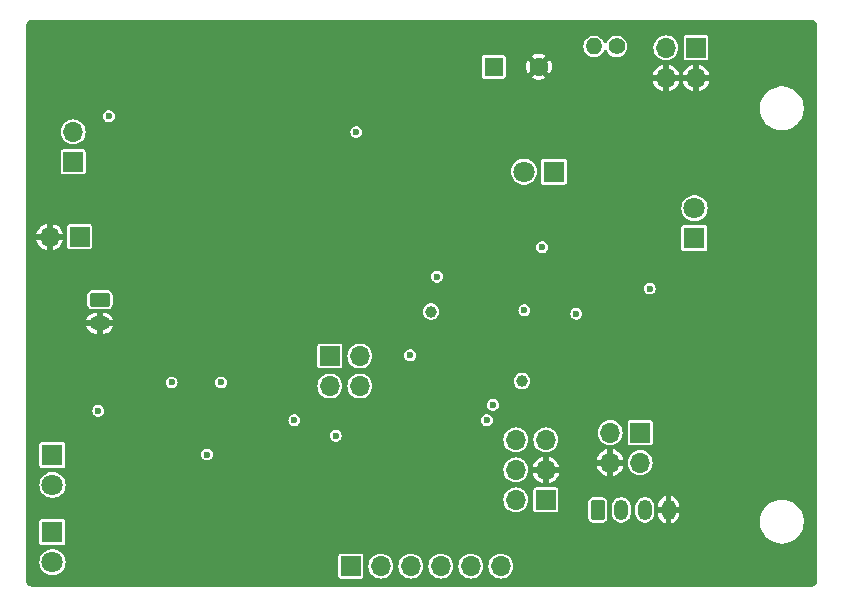
<source format=gbr>
%TF.GenerationSoftware,KiCad,Pcbnew,8.0.9-8.0.9-0~ubuntu24.04.1*%
%TF.CreationDate,2025-03-05T09:12:54+01:00*%
%TF.ProjectId,SpeedometerV1,53706565-646f-46d6-9574-657256312e6b,V2*%
%TF.SameCoordinates,Original*%
%TF.FileFunction,Copper,L2,Inr*%
%TF.FilePolarity,Positive*%
%FSLAX46Y46*%
G04 Gerber Fmt 4.6, Leading zero omitted, Abs format (unit mm)*
G04 Created by KiCad (PCBNEW 8.0.9-8.0.9-0~ubuntu24.04.1) date 2025-03-05 09:12:54*
%MOMM*%
%LPD*%
G01*
G04 APERTURE LIST*
G04 Aperture macros list*
%AMRoundRect*
0 Rectangle with rounded corners*
0 $1 Rounding radius*
0 $2 $3 $4 $5 $6 $7 $8 $9 X,Y pos of 4 corners*
0 Add a 4 corners polygon primitive as box body*
4,1,4,$2,$3,$4,$5,$6,$7,$8,$9,$2,$3,0*
0 Add four circle primitives for the rounded corners*
1,1,$1+$1,$2,$3*
1,1,$1+$1,$4,$5*
1,1,$1+$1,$6,$7*
1,1,$1+$1,$8,$9*
0 Add four rect primitives between the rounded corners*
20,1,$1+$1,$2,$3,$4,$5,0*
20,1,$1+$1,$4,$5,$6,$7,0*
20,1,$1+$1,$6,$7,$8,$9,0*
20,1,$1+$1,$8,$9,$2,$3,0*%
G04 Aperture macros list end*
%TA.AperFunction,ComponentPad*%
%ADD10R,1.800000X1.800000*%
%TD*%
%TA.AperFunction,ComponentPad*%
%ADD11C,1.800000*%
%TD*%
%TA.AperFunction,ComponentPad*%
%ADD12R,1.700000X1.700000*%
%TD*%
%TA.AperFunction,ComponentPad*%
%ADD13O,1.700000X1.700000*%
%TD*%
%TA.AperFunction,ComponentPad*%
%ADD14C,1.400000*%
%TD*%
%TA.AperFunction,ComponentPad*%
%ADD15O,1.400000X1.400000*%
%TD*%
%TA.AperFunction,ComponentPad*%
%ADD16R,1.600000X1.600000*%
%TD*%
%TA.AperFunction,ComponentPad*%
%ADD17C,1.600000*%
%TD*%
%TA.AperFunction,ComponentPad*%
%ADD18RoundRect,0.250000X-0.350000X-0.625000X0.350000X-0.625000X0.350000X0.625000X-0.350000X0.625000X0*%
%TD*%
%TA.AperFunction,ComponentPad*%
%ADD19O,1.200000X1.750000*%
%TD*%
%TA.AperFunction,ComponentPad*%
%ADD20RoundRect,0.250000X-0.625000X0.350000X-0.625000X-0.350000X0.625000X-0.350000X0.625000X0.350000X0*%
%TD*%
%TA.AperFunction,ComponentPad*%
%ADD21O,1.750000X1.200000*%
%TD*%
%TA.AperFunction,ViaPad*%
%ADD22C,1.000000*%
%TD*%
%TA.AperFunction,ViaPad*%
%ADD23C,0.600000*%
%TD*%
G04 APERTURE END LIST*
D10*
%TO.N,+3.3V*%
%TO.C,Q4*%
X37843750Y-79290000D03*
D11*
%TO.N,Net-(Q4-E)*%
X37843750Y-81830000D03*
%TD*%
D12*
%TO.N,/I2C_SDA*%
%TO.C,J6*%
X87600000Y-70860000D03*
D13*
%TO.N,+3.3V*%
X87600000Y-73400000D03*
%TO.N,/I2C_SCL*%
X85060000Y-70860000D03*
%TO.N,GND*%
X85060000Y-73400000D03*
%TD*%
D12*
%TO.N,+3.3V*%
%TO.C,J2*%
X39600000Y-47940000D03*
D13*
%TO.N,/BUCK_3.3V*%
X39600000Y-45400000D03*
%TD*%
D14*
%TO.N,VRAIL*%
%TO.C,TH1*%
X85600000Y-38165000D03*
D15*
%TO.N,Net-(JP1-B)*%
X83700000Y-38165000D03*
%TD*%
D12*
%TO.N,+3.3V*%
%TO.C,J8*%
X79615000Y-76555000D03*
D13*
%TO.N,/SWD_SWCLK*%
X77075000Y-76555000D03*
%TO.N,GND*%
X79615000Y-74015000D03*
%TO.N,/SWD_SWDIO*%
X77075000Y-74015000D03*
%TO.N,unconnected-(J8-Pin_5-Pad5)*%
X79615000Y-71475000D03*
%TO.N,/SWD_NRST*%
X77075000Y-71475000D03*
%TD*%
D16*
%TO.N,/VRAIL_CAP*%
%TO.C,C2*%
X75210000Y-39880000D03*
D17*
%TO.N,GND*%
X79010000Y-39880000D03*
%TD*%
D18*
%TO.N,/I2C_SCL*%
%TO.C,J9*%
X84000000Y-77400000D03*
D19*
%TO.N,/I2C_SDA*%
X86000000Y-77400000D03*
%TO.N,+3.3V*%
X88000000Y-77400000D03*
%TO.N,GND*%
X90000000Y-77400000D03*
%TD*%
D10*
%TO.N,+3.3V*%
%TO.C,Q1*%
X92200000Y-54400000D03*
D11*
%TO.N,Net-(Q1-E)*%
X92200000Y-51860000D03*
%TD*%
D10*
%TO.N,+3.3V*%
%TO.C,Q2*%
X37843750Y-72750000D03*
D11*
%TO.N,Net-(Q2-E)*%
X37843750Y-75290000D03*
%TD*%
D10*
%TO.N,+3.3V*%
%TO.C,Q3*%
X80300000Y-48760000D03*
D11*
%TO.N,Net-(Q3-E)*%
X77760000Y-48760000D03*
%TD*%
D12*
%TO.N,VRAIL*%
%TO.C,J1*%
X92325000Y-38275000D03*
D13*
%TO.N,GND*%
X92325000Y-40815000D03*
%TO.N,VRAIL*%
X89785000Y-38275000D03*
%TO.N,GND*%
X89785000Y-40815000D03*
%TD*%
D20*
%TO.N,+3.3V*%
%TO.C,J4*%
X41850000Y-59600000D03*
D21*
%TO.N,GND*%
X41850000Y-61600000D03*
%TD*%
D12*
%TO.N,+3.3V*%
%TO.C,J5*%
X40140000Y-54275000D03*
D13*
%TO.N,GND*%
X37600000Y-54275000D03*
%TD*%
D12*
%TO.N,/IO_SPEEDOMETER_LED*%
%TO.C,J3*%
X63105000Y-82165000D03*
D13*
%TO.N,/IO_Poti_Speed*%
X65645000Y-82165000D03*
%TO.N,/INT_LANE_DATA*%
X68185000Y-82165000D03*
%TO.N,/INT_SPEED_LANE2*%
X70725000Y-82165000D03*
%TO.N,/INT_SPEED_LANE1*%
X73265000Y-82165000D03*
%TO.N,/IO_POWER_RAIL_DATA*%
X75805000Y-82165000D03*
%TD*%
D12*
%TO.N,/COMP_AOUT2*%
%TO.C,J7*%
X61325000Y-64375000D03*
D13*
%TO.N,/COMP_AOUT1*%
X63865000Y-64375000D03*
%TO.N,/COMP_BOUT2*%
X61325000Y-66915000D03*
%TO.N,/COMP_BOUT1*%
X63865000Y-66915000D03*
%TD*%
D22*
%TO.N,GND*%
X55000000Y-55000000D03*
D23*
X61320000Y-39160000D03*
X70400000Y-49347500D03*
D22*
X95100000Y-50900000D03*
X56000000Y-63000000D03*
X90600000Y-43900000D03*
D23*
X64320000Y-40160000D03*
D22*
X65000000Y-49000000D03*
D23*
X62320000Y-45160000D03*
D22*
X74600000Y-71900000D03*
D23*
X59320000Y-47160000D03*
D22*
X55000000Y-51000000D03*
D23*
X61320000Y-40160000D03*
X88400000Y-50147500D03*
X56968750Y-77302500D03*
X65320000Y-47160000D03*
D22*
X51000000Y-55000000D03*
X55000000Y-57000000D03*
X53000000Y-51000000D03*
D23*
X62320000Y-39160000D03*
D22*
X71600000Y-37900000D03*
X58000000Y-37000000D03*
D23*
X59325000Y-65515000D03*
D22*
X95100000Y-48900000D03*
D23*
X82500000Y-50647500D03*
D22*
X61000000Y-55000000D03*
X53000000Y-55000000D03*
X60000000Y-37000000D03*
X65100000Y-74400000D03*
X95100000Y-38900000D03*
D23*
X83800000Y-63000000D03*
X70725000Y-72815000D03*
D22*
X67000000Y-49000000D03*
X47000000Y-55000000D03*
X37000000Y-68000000D03*
X65000000Y-57000000D03*
D23*
X59320000Y-46160000D03*
D22*
X51000000Y-51000000D03*
D23*
X64320000Y-47160000D03*
X49825000Y-71515000D03*
X55081250Y-79590000D03*
X75125000Y-67515000D03*
D22*
X63000000Y-55000000D03*
D23*
X46218750Y-75752500D03*
X60320000Y-40160000D03*
X41818750Y-77752500D03*
D22*
X95100000Y-46900000D03*
D23*
X67738775Y-56000000D03*
D22*
X57000000Y-57000000D03*
D23*
X59320000Y-40160000D03*
X67825000Y-63015000D03*
D22*
X59000000Y-51000000D03*
D23*
X47618750Y-77752500D03*
X60320000Y-47160000D03*
D22*
X65000000Y-59000000D03*
D23*
X70125000Y-69815000D03*
D22*
X57000000Y-51000000D03*
X69000000Y-47000000D03*
D23*
X59325000Y-66815000D03*
D22*
X95100000Y-42900000D03*
D23*
X61320000Y-46160000D03*
X57825000Y-66815000D03*
X59320000Y-39160000D03*
X60320000Y-46160000D03*
D22*
X62100000Y-74400000D03*
D23*
X46325000Y-69015000D03*
D22*
X58600000Y-81900000D03*
X37000000Y-50000000D03*
D23*
X64320000Y-46160000D03*
D22*
X61000000Y-51000000D03*
D23*
X64320000Y-39160000D03*
X67738775Y-50000000D03*
D22*
X62000000Y-37000000D03*
X93100000Y-43900000D03*
D23*
X82300000Y-48260000D03*
X67738775Y-51500000D03*
X62320000Y-40160000D03*
X60320000Y-39160000D03*
D22*
X69000000Y-49000000D03*
D23*
X55825000Y-70515000D03*
X62825000Y-71115000D03*
X72212500Y-47760000D03*
D22*
X95100000Y-44900000D03*
D23*
X63320000Y-39160000D03*
D22*
X62100000Y-79400000D03*
X65000000Y-55000000D03*
X64000000Y-37000000D03*
X95100000Y-36900000D03*
D23*
X54825000Y-68015000D03*
D22*
X37000000Y-44000000D03*
X37000000Y-66000000D03*
D23*
X59325000Y-68015000D03*
D22*
X45000000Y-55000000D03*
X57000000Y-59000000D03*
D23*
X67738775Y-53000000D03*
X68125000Y-65315000D03*
D22*
X95100000Y-40900000D03*
X52000000Y-63000000D03*
X42000000Y-37000000D03*
X54000000Y-63000000D03*
X48600000Y-81900000D03*
D23*
X80800000Y-52260000D03*
X83537500Y-53210000D03*
X71725000Y-72815000D03*
X63320000Y-40160000D03*
D22*
X52100000Y-81900000D03*
D23*
X80050000Y-57760000D03*
X63320000Y-47160000D03*
X85825000Y-66515000D03*
D22*
X37000000Y-48000000D03*
X37000000Y-46000000D03*
X63000000Y-51000000D03*
D23*
X49825000Y-68515000D03*
D22*
X40000000Y-37000000D03*
X59000000Y-59000000D03*
X66280000Y-37900000D03*
D23*
X74625000Y-70715000D03*
D22*
X65000000Y-53000000D03*
X69000000Y-37900000D03*
X58000000Y-63000000D03*
D23*
X49825000Y-70015000D03*
D22*
X62100000Y-76900000D03*
X68100000Y-74400000D03*
D23*
X67738775Y-54500000D03*
X61320000Y-45160000D03*
D22*
X65000000Y-51000000D03*
X55600000Y-81900000D03*
X49000000Y-55000000D03*
D23*
%TO.N,/BUCK_3.3V*%
X63570000Y-45410000D03*
X42620000Y-44060000D03*
%TO.N,+3.3V*%
X82200000Y-60800000D03*
X77800000Y-60500000D03*
X88400000Y-58660000D03*
D22*
X69900000Y-60615000D03*
D23*
X70400000Y-57660000D03*
X41725000Y-69015000D03*
X58325000Y-69815000D03*
X50925000Y-72715000D03*
X52125000Y-66615000D03*
X47925000Y-66615000D03*
X79300000Y-55160000D03*
%TO.N,/I2C_SDA*%
X75125000Y-68515000D03*
%TO.N,/I2C_SCL*%
X74625000Y-69815000D03*
%TO.N,/COMP_BOUT2*%
X61825000Y-71115000D03*
%TO.N,/COMP_AOUT1*%
X68125000Y-64315000D03*
D22*
%TO.N,VRAIL*%
X77600000Y-66500000D03*
%TD*%
%TA.AperFunction,Conductor*%
%TO.N,GND*%
G36*
X102106922Y-35901280D02*
G01*
X102197266Y-35911459D01*
X102224331Y-35917636D01*
X102303540Y-35945352D01*
X102328553Y-35957398D01*
X102399606Y-36002043D01*
X102421313Y-36019355D01*
X102480644Y-36078686D01*
X102497957Y-36100395D01*
X102542600Y-36171444D01*
X102554648Y-36196462D01*
X102582362Y-36275666D01*
X102588540Y-36302735D01*
X102598720Y-36393076D01*
X102599500Y-36406961D01*
X102599500Y-83393038D01*
X102598720Y-83406923D01*
X102588540Y-83497264D01*
X102582362Y-83524333D01*
X102554648Y-83603537D01*
X102542600Y-83628555D01*
X102497957Y-83699604D01*
X102480644Y-83721313D01*
X102421313Y-83780644D01*
X102399604Y-83797957D01*
X102328555Y-83842600D01*
X102303537Y-83854648D01*
X102224333Y-83882362D01*
X102197264Y-83888540D01*
X102117075Y-83897576D01*
X102106921Y-83898720D01*
X102093038Y-83899500D01*
X36106962Y-83899500D01*
X36093078Y-83898720D01*
X36080553Y-83897308D01*
X36002735Y-83888540D01*
X35975666Y-83882362D01*
X35896462Y-83854648D01*
X35871444Y-83842600D01*
X35800395Y-83797957D01*
X35778686Y-83780644D01*
X35719355Y-83721313D01*
X35702042Y-83699604D01*
X35657399Y-83628555D01*
X35645351Y-83603537D01*
X35617637Y-83524333D01*
X35611459Y-83497263D01*
X35601280Y-83406922D01*
X35600500Y-83393038D01*
X35600500Y-81829999D01*
X36738535Y-81829999D01*
X36738535Y-81830000D01*
X36757352Y-82033082D01*
X36813167Y-82229247D01*
X36813172Y-82229260D01*
X36904077Y-82411821D01*
X37026987Y-82574581D01*
X37177708Y-82711980D01*
X37177710Y-82711982D01*
X37241454Y-82751450D01*
X37351113Y-82819348D01*
X37541294Y-82893024D01*
X37741774Y-82930500D01*
X37741776Y-82930500D01*
X37945724Y-82930500D01*
X37945726Y-82930500D01*
X38146206Y-82893024D01*
X38336387Y-82819348D01*
X38509791Y-82711981D01*
X38660514Y-82574579D01*
X38783423Y-82411821D01*
X38874332Y-82229250D01*
X38930147Y-82033083D01*
X38948965Y-81830000D01*
X38930147Y-81626917D01*
X38874332Y-81430750D01*
X38806860Y-81295247D01*
X62054500Y-81295247D01*
X62054500Y-83034752D01*
X62066131Y-83093229D01*
X62066132Y-83093230D01*
X62110447Y-83159552D01*
X62176769Y-83203867D01*
X62176770Y-83203868D01*
X62235247Y-83215499D01*
X62235250Y-83215500D01*
X62235252Y-83215500D01*
X63974750Y-83215500D01*
X63974751Y-83215499D01*
X63989568Y-83212552D01*
X64033229Y-83203868D01*
X64033229Y-83203867D01*
X64033231Y-83203867D01*
X64099552Y-83159552D01*
X64143867Y-83093231D01*
X64143867Y-83093229D01*
X64143868Y-83093229D01*
X64155499Y-83034752D01*
X64155500Y-83034750D01*
X64155500Y-82165000D01*
X64589417Y-82165000D01*
X64609699Y-82370932D01*
X64609700Y-82370934D01*
X64669768Y-82568954D01*
X64767315Y-82751450D01*
X64767317Y-82751452D01*
X64898589Y-82911410D01*
X64921851Y-82930500D01*
X65058550Y-83042685D01*
X65241046Y-83140232D01*
X65439066Y-83200300D01*
X65439065Y-83200300D01*
X65457529Y-83202118D01*
X65645000Y-83220583D01*
X65850934Y-83200300D01*
X66048954Y-83140232D01*
X66231450Y-83042685D01*
X66391410Y-82911410D01*
X66522685Y-82751450D01*
X66620232Y-82568954D01*
X66680300Y-82370934D01*
X66700583Y-82165000D01*
X67129417Y-82165000D01*
X67149699Y-82370932D01*
X67149700Y-82370934D01*
X67209768Y-82568954D01*
X67307315Y-82751450D01*
X67307317Y-82751452D01*
X67438589Y-82911410D01*
X67461851Y-82930500D01*
X67598550Y-83042685D01*
X67781046Y-83140232D01*
X67979066Y-83200300D01*
X67979065Y-83200300D01*
X67997529Y-83202118D01*
X68185000Y-83220583D01*
X68390934Y-83200300D01*
X68588954Y-83140232D01*
X68771450Y-83042685D01*
X68931410Y-82911410D01*
X69062685Y-82751450D01*
X69160232Y-82568954D01*
X69220300Y-82370934D01*
X69240583Y-82165000D01*
X69669417Y-82165000D01*
X69689699Y-82370932D01*
X69689700Y-82370934D01*
X69749768Y-82568954D01*
X69847315Y-82751450D01*
X69847317Y-82751452D01*
X69978589Y-82911410D01*
X70001851Y-82930500D01*
X70138550Y-83042685D01*
X70321046Y-83140232D01*
X70519066Y-83200300D01*
X70519065Y-83200300D01*
X70537529Y-83202118D01*
X70725000Y-83220583D01*
X70930934Y-83200300D01*
X71128954Y-83140232D01*
X71311450Y-83042685D01*
X71471410Y-82911410D01*
X71602685Y-82751450D01*
X71700232Y-82568954D01*
X71760300Y-82370934D01*
X71780583Y-82165000D01*
X72209417Y-82165000D01*
X72229699Y-82370932D01*
X72229700Y-82370934D01*
X72289768Y-82568954D01*
X72387315Y-82751450D01*
X72387317Y-82751452D01*
X72518589Y-82911410D01*
X72541851Y-82930500D01*
X72678550Y-83042685D01*
X72861046Y-83140232D01*
X73059066Y-83200300D01*
X73059065Y-83200300D01*
X73077529Y-83202118D01*
X73265000Y-83220583D01*
X73470934Y-83200300D01*
X73668954Y-83140232D01*
X73851450Y-83042685D01*
X74011410Y-82911410D01*
X74142685Y-82751450D01*
X74240232Y-82568954D01*
X74300300Y-82370934D01*
X74320583Y-82165000D01*
X74749417Y-82165000D01*
X74769699Y-82370932D01*
X74769700Y-82370934D01*
X74829768Y-82568954D01*
X74927315Y-82751450D01*
X74927317Y-82751452D01*
X75058589Y-82911410D01*
X75081851Y-82930500D01*
X75218550Y-83042685D01*
X75401046Y-83140232D01*
X75599066Y-83200300D01*
X75599065Y-83200300D01*
X75617529Y-83202118D01*
X75805000Y-83220583D01*
X76010934Y-83200300D01*
X76208954Y-83140232D01*
X76391450Y-83042685D01*
X76551410Y-82911410D01*
X76682685Y-82751450D01*
X76780232Y-82568954D01*
X76840300Y-82370934D01*
X76860583Y-82165000D01*
X76840300Y-81959066D01*
X76780232Y-81761046D01*
X76682685Y-81578550D01*
X76630702Y-81515209D01*
X76551410Y-81418589D01*
X76401121Y-81295252D01*
X76391450Y-81287315D01*
X76208954Y-81189768D01*
X76010934Y-81129700D01*
X76010932Y-81129699D01*
X76010934Y-81129699D01*
X75805000Y-81109417D01*
X75599067Y-81129699D01*
X75401043Y-81189769D01*
X75313114Y-81236769D01*
X75218550Y-81287315D01*
X75218548Y-81287316D01*
X75218547Y-81287317D01*
X75058589Y-81418589D01*
X74927317Y-81578547D01*
X74829769Y-81761043D01*
X74769699Y-81959067D01*
X74749417Y-82165000D01*
X74320583Y-82165000D01*
X74300300Y-81959066D01*
X74240232Y-81761046D01*
X74142685Y-81578550D01*
X74090702Y-81515209D01*
X74011410Y-81418589D01*
X73861121Y-81295252D01*
X73851450Y-81287315D01*
X73668954Y-81189768D01*
X73470934Y-81129700D01*
X73470932Y-81129699D01*
X73470934Y-81129699D01*
X73265000Y-81109417D01*
X73059067Y-81129699D01*
X72861043Y-81189769D01*
X72773114Y-81236769D01*
X72678550Y-81287315D01*
X72678548Y-81287316D01*
X72678547Y-81287317D01*
X72518589Y-81418589D01*
X72387317Y-81578547D01*
X72289769Y-81761043D01*
X72229699Y-81959067D01*
X72209417Y-82165000D01*
X71780583Y-82165000D01*
X71760300Y-81959066D01*
X71700232Y-81761046D01*
X71602685Y-81578550D01*
X71550702Y-81515209D01*
X71471410Y-81418589D01*
X71321121Y-81295252D01*
X71311450Y-81287315D01*
X71128954Y-81189768D01*
X70930934Y-81129700D01*
X70930932Y-81129699D01*
X70930934Y-81129699D01*
X70725000Y-81109417D01*
X70519067Y-81129699D01*
X70321043Y-81189769D01*
X70233114Y-81236769D01*
X70138550Y-81287315D01*
X70138548Y-81287316D01*
X70138547Y-81287317D01*
X69978589Y-81418589D01*
X69847317Y-81578547D01*
X69749769Y-81761043D01*
X69689699Y-81959067D01*
X69669417Y-82165000D01*
X69240583Y-82165000D01*
X69220300Y-81959066D01*
X69160232Y-81761046D01*
X69062685Y-81578550D01*
X69010702Y-81515209D01*
X68931410Y-81418589D01*
X68781121Y-81295252D01*
X68771450Y-81287315D01*
X68588954Y-81189768D01*
X68390934Y-81129700D01*
X68390932Y-81129699D01*
X68390934Y-81129699D01*
X68185000Y-81109417D01*
X67979067Y-81129699D01*
X67781043Y-81189769D01*
X67693114Y-81236769D01*
X67598550Y-81287315D01*
X67598548Y-81287316D01*
X67598547Y-81287317D01*
X67438589Y-81418589D01*
X67307317Y-81578547D01*
X67209769Y-81761043D01*
X67149699Y-81959067D01*
X67129417Y-82165000D01*
X66700583Y-82165000D01*
X66680300Y-81959066D01*
X66620232Y-81761046D01*
X66522685Y-81578550D01*
X66470702Y-81515209D01*
X66391410Y-81418589D01*
X66241121Y-81295252D01*
X66231450Y-81287315D01*
X66048954Y-81189768D01*
X65850934Y-81129700D01*
X65850932Y-81129699D01*
X65850934Y-81129699D01*
X65645000Y-81109417D01*
X65439067Y-81129699D01*
X65241043Y-81189769D01*
X65153114Y-81236769D01*
X65058550Y-81287315D01*
X65058548Y-81287316D01*
X65058547Y-81287317D01*
X64898589Y-81418589D01*
X64767317Y-81578547D01*
X64669769Y-81761043D01*
X64609699Y-81959067D01*
X64589417Y-82165000D01*
X64155500Y-82165000D01*
X64155500Y-81295249D01*
X64155499Y-81295247D01*
X64143868Y-81236770D01*
X64143867Y-81236769D01*
X64099552Y-81170447D01*
X64033230Y-81126132D01*
X64033229Y-81126131D01*
X63974752Y-81114500D01*
X63974748Y-81114500D01*
X62235252Y-81114500D01*
X62235247Y-81114500D01*
X62176770Y-81126131D01*
X62176769Y-81126132D01*
X62110447Y-81170447D01*
X62066132Y-81236769D01*
X62066131Y-81236770D01*
X62054500Y-81295247D01*
X38806860Y-81295247D01*
X38783423Y-81248179D01*
X38691258Y-81126133D01*
X38660512Y-81085418D01*
X38509791Y-80948019D01*
X38509789Y-80948017D01*
X38336392Y-80840655D01*
X38336385Y-80840651D01*
X38241296Y-80803814D01*
X38146206Y-80766976D01*
X37945726Y-80729500D01*
X37741774Y-80729500D01*
X37541294Y-80766976D01*
X37541291Y-80766976D01*
X37541291Y-80766977D01*
X37351114Y-80840651D01*
X37351107Y-80840655D01*
X37177710Y-80948017D01*
X37177708Y-80948019D01*
X37026987Y-81085418D01*
X36904077Y-81248178D01*
X36813172Y-81430739D01*
X36813167Y-81430752D01*
X36757352Y-81626917D01*
X36738535Y-81829999D01*
X35600500Y-81829999D01*
X35600500Y-78370247D01*
X36743250Y-78370247D01*
X36743250Y-80209752D01*
X36754881Y-80268229D01*
X36754882Y-80268230D01*
X36799197Y-80334552D01*
X36865519Y-80378867D01*
X36865520Y-80378868D01*
X36923997Y-80390499D01*
X36924000Y-80390500D01*
X36924002Y-80390500D01*
X38763500Y-80390500D01*
X38763501Y-80390499D01*
X38778318Y-80387552D01*
X38821979Y-80378868D01*
X38821979Y-80378867D01*
X38821981Y-80378867D01*
X38888302Y-80334552D01*
X38932617Y-80268231D01*
X38932617Y-80268229D01*
X38932618Y-80268229D01*
X38944249Y-80209752D01*
X38944250Y-80209750D01*
X38944250Y-78370249D01*
X38944249Y-78370247D01*
X38932618Y-78311770D01*
X38932617Y-78311769D01*
X38888302Y-78245447D01*
X38821980Y-78201132D01*
X38821979Y-78201131D01*
X38763502Y-78189500D01*
X38763498Y-78189500D01*
X36924002Y-78189500D01*
X36923997Y-78189500D01*
X36865520Y-78201131D01*
X36865519Y-78201132D01*
X36799197Y-78245447D01*
X36754882Y-78311769D01*
X36754881Y-78311770D01*
X36743250Y-78370247D01*
X35600500Y-78370247D01*
X35600500Y-76555000D01*
X76019417Y-76555000D01*
X76039699Y-76760932D01*
X76039700Y-76760934D01*
X76099768Y-76958954D01*
X76197315Y-77141450D01*
X76197317Y-77141452D01*
X76328589Y-77301410D01*
X76425209Y-77380702D01*
X76488550Y-77432685D01*
X76671046Y-77530232D01*
X76869066Y-77590300D01*
X76869065Y-77590300D01*
X76887529Y-77592118D01*
X77075000Y-77610583D01*
X77280934Y-77590300D01*
X77478954Y-77530232D01*
X77661450Y-77432685D01*
X77821410Y-77301410D01*
X77952685Y-77141450D01*
X78050232Y-76958954D01*
X78110300Y-76760934D01*
X78130583Y-76555000D01*
X78110300Y-76349066D01*
X78050232Y-76151046D01*
X77952685Y-75968550D01*
X77873302Y-75871821D01*
X77821410Y-75808589D01*
X77671121Y-75685252D01*
X77671115Y-75685247D01*
X78564500Y-75685247D01*
X78564500Y-77424752D01*
X78576131Y-77483229D01*
X78576132Y-77483230D01*
X78620447Y-77549552D01*
X78686769Y-77593867D01*
X78686770Y-77593868D01*
X78745247Y-77605499D01*
X78745250Y-77605500D01*
X78745252Y-77605500D01*
X80484750Y-77605500D01*
X80484751Y-77605499D01*
X80499568Y-77602552D01*
X80543229Y-77593868D01*
X80543229Y-77593867D01*
X80543231Y-77593867D01*
X80609552Y-77549552D01*
X80653867Y-77483231D01*
X80653867Y-77483229D01*
X80653868Y-77483229D01*
X80665499Y-77424752D01*
X80665500Y-77424750D01*
X80665500Y-76720730D01*
X83199500Y-76720730D01*
X83199500Y-78079269D01*
X83202353Y-78109699D01*
X83202353Y-78109701D01*
X83247206Y-78237880D01*
X83247207Y-78237882D01*
X83327850Y-78347150D01*
X83437118Y-78427793D01*
X83479845Y-78442744D01*
X83565299Y-78472646D01*
X83595730Y-78475500D01*
X83595734Y-78475500D01*
X84404270Y-78475500D01*
X84434699Y-78472646D01*
X84434701Y-78472646D01*
X84498790Y-78450219D01*
X84562882Y-78427793D01*
X84672150Y-78347150D01*
X84752793Y-78237882D01*
X84775219Y-78173790D01*
X84797646Y-78109701D01*
X84797646Y-78109699D01*
X84800500Y-78079269D01*
X84800500Y-77046153D01*
X85199500Y-77046153D01*
X85199500Y-77753846D01*
X85230261Y-77908489D01*
X85230264Y-77908501D01*
X85290602Y-78054172D01*
X85290609Y-78054185D01*
X85378210Y-78185288D01*
X85378213Y-78185292D01*
X85489707Y-78296786D01*
X85489711Y-78296789D01*
X85620814Y-78384390D01*
X85620827Y-78384397D01*
X85725596Y-78427793D01*
X85766503Y-78444737D01*
X85906408Y-78472566D01*
X85921153Y-78475499D01*
X85921156Y-78475500D01*
X85921158Y-78475500D01*
X86078844Y-78475500D01*
X86078845Y-78475499D01*
X86233497Y-78444737D01*
X86379179Y-78384394D01*
X86510289Y-78296789D01*
X86621789Y-78185289D01*
X86709394Y-78054179D01*
X86769737Y-77908497D01*
X86800500Y-77753842D01*
X86800500Y-77046158D01*
X86800500Y-77046155D01*
X86800499Y-77046153D01*
X87199500Y-77046153D01*
X87199500Y-77753846D01*
X87230261Y-77908489D01*
X87230264Y-77908501D01*
X87290602Y-78054172D01*
X87290609Y-78054185D01*
X87378210Y-78185288D01*
X87378213Y-78185292D01*
X87489707Y-78296786D01*
X87489711Y-78296789D01*
X87620814Y-78384390D01*
X87620827Y-78384397D01*
X87725596Y-78427793D01*
X87766503Y-78444737D01*
X87906408Y-78472566D01*
X87921153Y-78475499D01*
X87921156Y-78475500D01*
X87921158Y-78475500D01*
X88078844Y-78475500D01*
X88078845Y-78475499D01*
X88233497Y-78444737D01*
X88379179Y-78384394D01*
X88510289Y-78296789D01*
X88621789Y-78185289D01*
X88709394Y-78054179D01*
X88769737Y-77908497D01*
X88800500Y-77753842D01*
X88800500Y-77046158D01*
X88800500Y-77046155D01*
X88800499Y-77046153D01*
X88798550Y-77036353D01*
X89100000Y-77036353D01*
X89100000Y-77150000D01*
X89719670Y-77150000D01*
X89699925Y-77169745D01*
X89650556Y-77255255D01*
X89625000Y-77350630D01*
X89625000Y-77449370D01*
X89650556Y-77544745D01*
X89699925Y-77630255D01*
X89719670Y-77650000D01*
X89100000Y-77650000D01*
X89100000Y-77763646D01*
X89134584Y-77937512D01*
X89134586Y-77937520D01*
X89202428Y-78101307D01*
X89202433Y-78101316D01*
X89300923Y-78248716D01*
X89300926Y-78248720D01*
X89426279Y-78374073D01*
X89426283Y-78374076D01*
X89573683Y-78472566D01*
X89573693Y-78472571D01*
X89737476Y-78540412D01*
X89737483Y-78540415D01*
X89750000Y-78542904D01*
X89750000Y-77680330D01*
X89769745Y-77700075D01*
X89855255Y-77749444D01*
X89950630Y-77775000D01*
X90049370Y-77775000D01*
X90144745Y-77749444D01*
X90230255Y-77700075D01*
X90250000Y-77680330D01*
X90250000Y-78542903D01*
X90262516Y-78540415D01*
X90262523Y-78540412D01*
X90426306Y-78472571D01*
X90426316Y-78472566D01*
X90573716Y-78374076D01*
X90573720Y-78374073D01*
X90669082Y-78278711D01*
X97749500Y-78278711D01*
X97749500Y-78521288D01*
X97781161Y-78761785D01*
X97843947Y-78996104D01*
X97936773Y-79220205D01*
X97936776Y-79220212D01*
X98058064Y-79430289D01*
X98058066Y-79430292D01*
X98058067Y-79430293D01*
X98205733Y-79622736D01*
X98205739Y-79622743D01*
X98377256Y-79794260D01*
X98377262Y-79794265D01*
X98569711Y-79941936D01*
X98779788Y-80063224D01*
X99003900Y-80156054D01*
X99238211Y-80218838D01*
X99418586Y-80242584D01*
X99478711Y-80250500D01*
X99478712Y-80250500D01*
X99721289Y-80250500D01*
X99769388Y-80244167D01*
X99961789Y-80218838D01*
X100196100Y-80156054D01*
X100420212Y-80063224D01*
X100630289Y-79941936D01*
X100822738Y-79794265D01*
X100994265Y-79622738D01*
X101141936Y-79430289D01*
X101263224Y-79220212D01*
X101356054Y-78996100D01*
X101418838Y-78761789D01*
X101450500Y-78521288D01*
X101450500Y-78278712D01*
X101445124Y-78237880D01*
X101438201Y-78185288D01*
X101418838Y-78038211D01*
X101356054Y-77803900D01*
X101263224Y-77579788D01*
X101141936Y-77369711D01*
X100994265Y-77177262D01*
X100994260Y-77177256D01*
X100822743Y-77005739D01*
X100822736Y-77005733D01*
X100630293Y-76858067D01*
X100630292Y-76858066D01*
X100630289Y-76858064D01*
X100435889Y-76745827D01*
X100420214Y-76736777D01*
X100420205Y-76736773D01*
X100196104Y-76643947D01*
X99961785Y-76581161D01*
X99721289Y-76549500D01*
X99721288Y-76549500D01*
X99478712Y-76549500D01*
X99478711Y-76549500D01*
X99238214Y-76581161D01*
X99003895Y-76643947D01*
X98779794Y-76736773D01*
X98779785Y-76736777D01*
X98569706Y-76858067D01*
X98377263Y-77005733D01*
X98377256Y-77005739D01*
X98205739Y-77177256D01*
X98205733Y-77177263D01*
X98058067Y-77369706D01*
X97936777Y-77579785D01*
X97936773Y-77579794D01*
X97843947Y-77803895D01*
X97781161Y-78038214D01*
X97749500Y-78278711D01*
X90669082Y-78278711D01*
X90699073Y-78248720D01*
X90699076Y-78248716D01*
X90797566Y-78101316D01*
X90797571Y-78101307D01*
X90865413Y-77937520D01*
X90865415Y-77937512D01*
X90899999Y-77763646D01*
X90900000Y-77763643D01*
X90900000Y-77650000D01*
X90280330Y-77650000D01*
X90300075Y-77630255D01*
X90349444Y-77544745D01*
X90375000Y-77449370D01*
X90375000Y-77350630D01*
X90349444Y-77255255D01*
X90300075Y-77169745D01*
X90280330Y-77150000D01*
X90900000Y-77150000D01*
X90900000Y-77036357D01*
X90899999Y-77036353D01*
X90865415Y-76862487D01*
X90865413Y-76862479D01*
X90797571Y-76698692D01*
X90797566Y-76698683D01*
X90699076Y-76551283D01*
X90699073Y-76551279D01*
X90573720Y-76425926D01*
X90573716Y-76425923D01*
X90426316Y-76327433D01*
X90426307Y-76327428D01*
X90262519Y-76259585D01*
X90250000Y-76257094D01*
X90250000Y-77119670D01*
X90230255Y-77099925D01*
X90144745Y-77050556D01*
X90049370Y-77025000D01*
X89950630Y-77025000D01*
X89855255Y-77050556D01*
X89769745Y-77099925D01*
X89750000Y-77119670D01*
X89750000Y-76257095D01*
X89749999Y-76257094D01*
X89737480Y-76259585D01*
X89573692Y-76327428D01*
X89573683Y-76327433D01*
X89426283Y-76425923D01*
X89426279Y-76425926D01*
X89300926Y-76551279D01*
X89300923Y-76551283D01*
X89202433Y-76698683D01*
X89202428Y-76698692D01*
X89134586Y-76862479D01*
X89134584Y-76862487D01*
X89100000Y-77036353D01*
X88798550Y-77036353D01*
X88769738Y-76891510D01*
X88769737Y-76891503D01*
X88757715Y-76862479D01*
X88709397Y-76745827D01*
X88709390Y-76745814D01*
X88621789Y-76614711D01*
X88621786Y-76614707D01*
X88510292Y-76503213D01*
X88510288Y-76503210D01*
X88379185Y-76415609D01*
X88379172Y-76415602D01*
X88233501Y-76355264D01*
X88233489Y-76355261D01*
X88078845Y-76324500D01*
X88078842Y-76324500D01*
X87921158Y-76324500D01*
X87921155Y-76324500D01*
X87766510Y-76355261D01*
X87766498Y-76355264D01*
X87620827Y-76415602D01*
X87620814Y-76415609D01*
X87489711Y-76503210D01*
X87489707Y-76503213D01*
X87378213Y-76614707D01*
X87378210Y-76614711D01*
X87290609Y-76745814D01*
X87290602Y-76745827D01*
X87230264Y-76891498D01*
X87230261Y-76891510D01*
X87199500Y-77046153D01*
X86800499Y-77046153D01*
X86769738Y-76891510D01*
X86769737Y-76891503D01*
X86757715Y-76862479D01*
X86709397Y-76745827D01*
X86709390Y-76745814D01*
X86621789Y-76614711D01*
X86621786Y-76614707D01*
X86510292Y-76503213D01*
X86510288Y-76503210D01*
X86379185Y-76415609D01*
X86379172Y-76415602D01*
X86233501Y-76355264D01*
X86233489Y-76355261D01*
X86078845Y-76324500D01*
X86078842Y-76324500D01*
X85921158Y-76324500D01*
X85921155Y-76324500D01*
X85766510Y-76355261D01*
X85766498Y-76355264D01*
X85620827Y-76415602D01*
X85620814Y-76415609D01*
X85489711Y-76503210D01*
X85489707Y-76503213D01*
X85378213Y-76614707D01*
X85378210Y-76614711D01*
X85290609Y-76745814D01*
X85290602Y-76745827D01*
X85230264Y-76891498D01*
X85230261Y-76891510D01*
X85199500Y-77046153D01*
X84800500Y-77046153D01*
X84800500Y-76720730D01*
X84797646Y-76690300D01*
X84797646Y-76690298D01*
X84752793Y-76562119D01*
X84752792Y-76562117D01*
X84672150Y-76452850D01*
X84562882Y-76372207D01*
X84562880Y-76372206D01*
X84434700Y-76327353D01*
X84404270Y-76324500D01*
X84404266Y-76324500D01*
X83595734Y-76324500D01*
X83595730Y-76324500D01*
X83565300Y-76327353D01*
X83565298Y-76327353D01*
X83437119Y-76372206D01*
X83437117Y-76372207D01*
X83327850Y-76452850D01*
X83247207Y-76562117D01*
X83247206Y-76562119D01*
X83202353Y-76690298D01*
X83202353Y-76690300D01*
X83199500Y-76720730D01*
X80665500Y-76720730D01*
X80665500Y-75685249D01*
X80665499Y-75685247D01*
X80653868Y-75626770D01*
X80653867Y-75626769D01*
X80609552Y-75560447D01*
X80543230Y-75516132D01*
X80543229Y-75516131D01*
X80484752Y-75504500D01*
X80484748Y-75504500D01*
X78745252Y-75504500D01*
X78745247Y-75504500D01*
X78686770Y-75516131D01*
X78686769Y-75516132D01*
X78620447Y-75560447D01*
X78576132Y-75626769D01*
X78576131Y-75626770D01*
X78564500Y-75685247D01*
X77671115Y-75685247D01*
X77661450Y-75677315D01*
X77478954Y-75579768D01*
X77280934Y-75519700D01*
X77280932Y-75519699D01*
X77280934Y-75519699D01*
X77075000Y-75499417D01*
X76869067Y-75519699D01*
X76671043Y-75579769D01*
X76583114Y-75626769D01*
X76488550Y-75677315D01*
X76488548Y-75677316D01*
X76488547Y-75677317D01*
X76328589Y-75808589D01*
X76197317Y-75968547D01*
X76099769Y-76151043D01*
X76039699Y-76349067D01*
X76019417Y-76555000D01*
X35600500Y-76555000D01*
X35600500Y-75289999D01*
X36738535Y-75289999D01*
X36738535Y-75290000D01*
X36757352Y-75493082D01*
X36813167Y-75689247D01*
X36813172Y-75689260D01*
X36904077Y-75871821D01*
X37026987Y-76034581D01*
X37177708Y-76171980D01*
X37177710Y-76171982D01*
X37276891Y-76233392D01*
X37351113Y-76279348D01*
X37541294Y-76353024D01*
X37741774Y-76390500D01*
X37741776Y-76390500D01*
X37945724Y-76390500D01*
X37945726Y-76390500D01*
X38146206Y-76353024D01*
X38336387Y-76279348D01*
X38509791Y-76171981D01*
X38660514Y-76034579D01*
X38783423Y-75871821D01*
X38874332Y-75689250D01*
X38930147Y-75493083D01*
X38948965Y-75290000D01*
X38933753Y-75125838D01*
X38930147Y-75086917D01*
X38874332Y-74890750D01*
X38783423Y-74708179D01*
X38660514Y-74545421D01*
X38660512Y-74545418D01*
X38509791Y-74408019D01*
X38509789Y-74408017D01*
X38336392Y-74300655D01*
X38336385Y-74300651D01*
X38241296Y-74263814D01*
X38146206Y-74226976D01*
X37945726Y-74189500D01*
X37741774Y-74189500D01*
X37541294Y-74226976D01*
X37541291Y-74226976D01*
X37541291Y-74226977D01*
X37351114Y-74300651D01*
X37351107Y-74300655D01*
X37177710Y-74408017D01*
X37177708Y-74408019D01*
X37026987Y-74545418D01*
X36904077Y-74708178D01*
X36813172Y-74890739D01*
X36813167Y-74890752D01*
X36757352Y-75086917D01*
X36738535Y-75289999D01*
X35600500Y-75289999D01*
X35600500Y-74015000D01*
X76019417Y-74015000D01*
X76039699Y-74220932D01*
X76041533Y-74226977D01*
X76099768Y-74418954D01*
X76197315Y-74601450D01*
X76197317Y-74601452D01*
X76328589Y-74761410D01*
X76367169Y-74793071D01*
X76488550Y-74892685D01*
X76671046Y-74990232D01*
X76869066Y-75050300D01*
X76869065Y-75050300D01*
X76887529Y-75052118D01*
X77075000Y-75070583D01*
X77280934Y-75050300D01*
X77478954Y-74990232D01*
X77661450Y-74892685D01*
X77821410Y-74761410D01*
X77952685Y-74601450D01*
X78050232Y-74418954D01*
X78110300Y-74220934D01*
X78130583Y-74015000D01*
X78110300Y-73809066D01*
X78096933Y-73764999D01*
X78490487Y-73764999D01*
X78490488Y-73765000D01*
X79181988Y-73765000D01*
X79149075Y-73822007D01*
X79115000Y-73949174D01*
X79115000Y-74080826D01*
X79149075Y-74207993D01*
X79181988Y-74265000D01*
X78490488Y-74265000D01*
X78538062Y-74432205D01*
X78538067Y-74432218D01*
X78633061Y-74622991D01*
X78761500Y-74793071D01*
X78919000Y-74936651D01*
X78919002Y-74936653D01*
X79100201Y-75048846D01*
X79100207Y-75048849D01*
X79298941Y-75125838D01*
X79365000Y-75138186D01*
X79365000Y-74448012D01*
X79422007Y-74480925D01*
X79549174Y-74515000D01*
X79680826Y-74515000D01*
X79807993Y-74480925D01*
X79865000Y-74448012D01*
X79865000Y-75138185D01*
X79931058Y-75125838D01*
X80129792Y-75048849D01*
X80129798Y-75048846D01*
X80310997Y-74936653D01*
X80310999Y-74936651D01*
X80468499Y-74793071D01*
X80596938Y-74622991D01*
X80691932Y-74432218D01*
X80691937Y-74432205D01*
X80739512Y-74265000D01*
X80048012Y-74265000D01*
X80080925Y-74207993D01*
X80115000Y-74080826D01*
X80115000Y-73949174D01*
X80080925Y-73822007D01*
X80048012Y-73765000D01*
X80739512Y-73765000D01*
X80739512Y-73764999D01*
X80691937Y-73597794D01*
X80691932Y-73597781D01*
X80596938Y-73407008D01*
X80468499Y-73236928D01*
X80373142Y-73149999D01*
X83935487Y-73149999D01*
X83935488Y-73150000D01*
X84626988Y-73150000D01*
X84594075Y-73207007D01*
X84560000Y-73334174D01*
X84560000Y-73465826D01*
X84594075Y-73592993D01*
X84626988Y-73650000D01*
X83935488Y-73650000D01*
X83983062Y-73817205D01*
X83983067Y-73817218D01*
X84078061Y-74007991D01*
X84206500Y-74178071D01*
X84364000Y-74321651D01*
X84364002Y-74321653D01*
X84545201Y-74433846D01*
X84545207Y-74433849D01*
X84743941Y-74510838D01*
X84810000Y-74523186D01*
X84810000Y-73833012D01*
X84867007Y-73865925D01*
X84994174Y-73900000D01*
X85125826Y-73900000D01*
X85252993Y-73865925D01*
X85310000Y-73833012D01*
X85310000Y-74523185D01*
X85376058Y-74510838D01*
X85574792Y-74433849D01*
X85574798Y-74433846D01*
X85755997Y-74321653D01*
X85755999Y-74321651D01*
X85913499Y-74178071D01*
X86041938Y-74007991D01*
X86136932Y-73817218D01*
X86136937Y-73817205D01*
X86184512Y-73650000D01*
X85493012Y-73650000D01*
X85525925Y-73592993D01*
X85560000Y-73465826D01*
X85560000Y-73400000D01*
X86544417Y-73400000D01*
X86564699Y-73605932D01*
X86584058Y-73669750D01*
X86624768Y-73803954D01*
X86722315Y-73986450D01*
X86722317Y-73986452D01*
X86853589Y-74146410D01*
X86944396Y-74220932D01*
X87013550Y-74277685D01*
X87196046Y-74375232D01*
X87394066Y-74435300D01*
X87394065Y-74435300D01*
X87412529Y-74437118D01*
X87600000Y-74455583D01*
X87805934Y-74435300D01*
X88003954Y-74375232D01*
X88186450Y-74277685D01*
X88346410Y-74146410D01*
X88477685Y-73986450D01*
X88575232Y-73803954D01*
X88635300Y-73605934D01*
X88655583Y-73400000D01*
X88635300Y-73194066D01*
X88575232Y-72996046D01*
X88477685Y-72813550D01*
X88396808Y-72715000D01*
X88346410Y-72653589D01*
X88228677Y-72556969D01*
X88186450Y-72522315D01*
X88003954Y-72424768D01*
X87805934Y-72364700D01*
X87805932Y-72364699D01*
X87805934Y-72364699D01*
X87600000Y-72344417D01*
X87394067Y-72364699D01*
X87196043Y-72424769D01*
X87095809Y-72478346D01*
X87013550Y-72522315D01*
X87013548Y-72522316D01*
X87013547Y-72522317D01*
X86853589Y-72653589D01*
X86722317Y-72813547D01*
X86624769Y-72996043D01*
X86564699Y-73194067D01*
X86544417Y-73400000D01*
X85560000Y-73400000D01*
X85560000Y-73334174D01*
X85525925Y-73207007D01*
X85493012Y-73150000D01*
X86184512Y-73150000D01*
X86184512Y-73149999D01*
X86136937Y-72982794D01*
X86136932Y-72982781D01*
X86041938Y-72792008D01*
X85913499Y-72621928D01*
X85755999Y-72478348D01*
X85755997Y-72478346D01*
X85574798Y-72366153D01*
X85574789Y-72366149D01*
X85376063Y-72289163D01*
X85376058Y-72289162D01*
X85310000Y-72276813D01*
X85310000Y-72966988D01*
X85252993Y-72934075D01*
X85125826Y-72900000D01*
X84994174Y-72900000D01*
X84867007Y-72934075D01*
X84810000Y-72966988D01*
X84810000Y-72276813D01*
X84743941Y-72289162D01*
X84743936Y-72289163D01*
X84545210Y-72366149D01*
X84545201Y-72366153D01*
X84364002Y-72478346D01*
X84364000Y-72478348D01*
X84206500Y-72621928D01*
X84078061Y-72792008D01*
X83983067Y-72982781D01*
X83983062Y-72982794D01*
X83935487Y-73149999D01*
X80373142Y-73149999D01*
X80310999Y-73093348D01*
X80310997Y-73093346D01*
X80129798Y-72981153D01*
X80129789Y-72981149D01*
X79931063Y-72904163D01*
X79931058Y-72904162D01*
X79865000Y-72891813D01*
X79865000Y-73581988D01*
X79807993Y-73549075D01*
X79680826Y-73515000D01*
X79549174Y-73515000D01*
X79422007Y-73549075D01*
X79365000Y-73581988D01*
X79365000Y-72891813D01*
X79298941Y-72904162D01*
X79298936Y-72904163D01*
X79100210Y-72981149D01*
X79100201Y-72981153D01*
X78919002Y-73093346D01*
X78919000Y-73093348D01*
X78761500Y-73236928D01*
X78633061Y-73407008D01*
X78538067Y-73597781D01*
X78538062Y-73597794D01*
X78490487Y-73764999D01*
X78096933Y-73764999D01*
X78050232Y-73611046D01*
X77952685Y-73428550D01*
X77875233Y-73334174D01*
X77821410Y-73268589D01*
X77676907Y-73150000D01*
X77661450Y-73137315D01*
X77478954Y-73039768D01*
X77280934Y-72979700D01*
X77280932Y-72979699D01*
X77280934Y-72979699D01*
X77075000Y-72959417D01*
X76869067Y-72979699D01*
X76671043Y-73039769D01*
X76571470Y-73092993D01*
X76488550Y-73137315D01*
X76488548Y-73137316D01*
X76488547Y-73137317D01*
X76328589Y-73268589D01*
X76197317Y-73428547D01*
X76197315Y-73428550D01*
X76158643Y-73500898D01*
X76099769Y-73611043D01*
X76039699Y-73809067D01*
X76019417Y-74015000D01*
X35600500Y-74015000D01*
X35600500Y-71830247D01*
X36743250Y-71830247D01*
X36743250Y-73669752D01*
X36754881Y-73728229D01*
X36754882Y-73728230D01*
X36799197Y-73794552D01*
X36865519Y-73838867D01*
X36865520Y-73838868D01*
X36923997Y-73850499D01*
X36924000Y-73850500D01*
X36924002Y-73850500D01*
X38763500Y-73850500D01*
X38763501Y-73850499D01*
X38778318Y-73847552D01*
X38821979Y-73838868D01*
X38821979Y-73838867D01*
X38821981Y-73838867D01*
X38888302Y-73794552D01*
X38932617Y-73728231D01*
X38932617Y-73728229D01*
X38932618Y-73728229D01*
X38944249Y-73669752D01*
X38944250Y-73669750D01*
X38944250Y-72715000D01*
X50419353Y-72715000D01*
X50439834Y-72857456D01*
X50486399Y-72959417D01*
X50499623Y-72988373D01*
X50593872Y-73097143D01*
X50714947Y-73174953D01*
X50714950Y-73174954D01*
X50714949Y-73174954D01*
X50853036Y-73215499D01*
X50853038Y-73215500D01*
X50853039Y-73215500D01*
X50996962Y-73215500D01*
X50996962Y-73215499D01*
X51135053Y-73174953D01*
X51256128Y-73097143D01*
X51350377Y-72988373D01*
X51410165Y-72857457D01*
X51430647Y-72715000D01*
X51410165Y-72572543D01*
X51350377Y-72441627D01*
X51256128Y-72332857D01*
X51135053Y-72255047D01*
X51135051Y-72255046D01*
X51135049Y-72255045D01*
X51135050Y-72255045D01*
X50996963Y-72214500D01*
X50996961Y-72214500D01*
X50853039Y-72214500D01*
X50853036Y-72214500D01*
X50714949Y-72255045D01*
X50593873Y-72332856D01*
X50499623Y-72441626D01*
X50499622Y-72441628D01*
X50439834Y-72572543D01*
X50419353Y-72715000D01*
X38944250Y-72715000D01*
X38944250Y-71830249D01*
X38944249Y-71830247D01*
X38932618Y-71771770D01*
X38932617Y-71771769D01*
X38888302Y-71705447D01*
X38821980Y-71661132D01*
X38821979Y-71661131D01*
X38763502Y-71649500D01*
X38763498Y-71649500D01*
X36924002Y-71649500D01*
X36923997Y-71649500D01*
X36865520Y-71661131D01*
X36865519Y-71661132D01*
X36799197Y-71705447D01*
X36754882Y-71771769D01*
X36754881Y-71771770D01*
X36743250Y-71830247D01*
X35600500Y-71830247D01*
X35600500Y-71115000D01*
X61319353Y-71115000D01*
X61339834Y-71257456D01*
X61345137Y-71269067D01*
X61399623Y-71388373D01*
X61493872Y-71497143D01*
X61614947Y-71574953D01*
X61614950Y-71574954D01*
X61614949Y-71574954D01*
X61753036Y-71615499D01*
X61753038Y-71615500D01*
X61753039Y-71615500D01*
X61896962Y-71615500D01*
X61896962Y-71615499D01*
X62035053Y-71574953D01*
X62156128Y-71497143D01*
X62175315Y-71475000D01*
X76019417Y-71475000D01*
X76039699Y-71680932D01*
X76056914Y-71737682D01*
X76099768Y-71878954D01*
X76197315Y-72061450D01*
X76197317Y-72061452D01*
X76328589Y-72221410D01*
X76411148Y-72289163D01*
X76488550Y-72352685D01*
X76671046Y-72450232D01*
X76869066Y-72510300D01*
X76869065Y-72510300D01*
X76887529Y-72512118D01*
X77075000Y-72530583D01*
X77280934Y-72510300D01*
X77478954Y-72450232D01*
X77661450Y-72352685D01*
X77821410Y-72221410D01*
X77952685Y-72061450D01*
X78050232Y-71878954D01*
X78110300Y-71680934D01*
X78130583Y-71475000D01*
X78559417Y-71475000D01*
X78579699Y-71680932D01*
X78596914Y-71737682D01*
X78639768Y-71878954D01*
X78737315Y-72061450D01*
X78737317Y-72061452D01*
X78868589Y-72221410D01*
X78951148Y-72289163D01*
X79028550Y-72352685D01*
X79211046Y-72450232D01*
X79409066Y-72510300D01*
X79409065Y-72510300D01*
X79427529Y-72512118D01*
X79615000Y-72530583D01*
X79820934Y-72510300D01*
X80018954Y-72450232D01*
X80201450Y-72352685D01*
X80361410Y-72221410D01*
X80492685Y-72061450D01*
X80590232Y-71878954D01*
X80650300Y-71680934D01*
X80670583Y-71475000D01*
X80650300Y-71269066D01*
X80590232Y-71071046D01*
X80492685Y-70888550D01*
X80469254Y-70860000D01*
X84004417Y-70860000D01*
X84024699Y-71065932D01*
X84039584Y-71115000D01*
X84084768Y-71263954D01*
X84182315Y-71446450D01*
X84182317Y-71446452D01*
X84313589Y-71606410D01*
X84404396Y-71680932D01*
X84473550Y-71737685D01*
X84656046Y-71835232D01*
X84854066Y-71895300D01*
X84854065Y-71895300D01*
X84872529Y-71897118D01*
X85060000Y-71915583D01*
X85265934Y-71895300D01*
X85463954Y-71835232D01*
X85646450Y-71737685D01*
X85806410Y-71606410D01*
X85937685Y-71446450D01*
X86035232Y-71263954D01*
X86095300Y-71065934D01*
X86115583Y-70860000D01*
X86095300Y-70654066D01*
X86035232Y-70456046D01*
X85937685Y-70273550D01*
X85874980Y-70197143D01*
X85806410Y-70113589D01*
X85656121Y-69990252D01*
X85656115Y-69990247D01*
X86549500Y-69990247D01*
X86549500Y-71729752D01*
X86561131Y-71788229D01*
X86561132Y-71788230D01*
X86605447Y-71854552D01*
X86671769Y-71898867D01*
X86671770Y-71898868D01*
X86730247Y-71910499D01*
X86730250Y-71910500D01*
X86730252Y-71910500D01*
X88469750Y-71910500D01*
X88469751Y-71910499D01*
X88484568Y-71907552D01*
X88528229Y-71898868D01*
X88528229Y-71898867D01*
X88528231Y-71898867D01*
X88594552Y-71854552D01*
X88638867Y-71788231D01*
X88638867Y-71788229D01*
X88638868Y-71788229D01*
X88650499Y-71729752D01*
X88650500Y-71729750D01*
X88650500Y-69990249D01*
X88650499Y-69990247D01*
X88638868Y-69931770D01*
X88638867Y-69931769D01*
X88594552Y-69865447D01*
X88528230Y-69821132D01*
X88528229Y-69821131D01*
X88469752Y-69809500D01*
X88469748Y-69809500D01*
X86730252Y-69809500D01*
X86730247Y-69809500D01*
X86671770Y-69821131D01*
X86671769Y-69821132D01*
X86605447Y-69865447D01*
X86561132Y-69931769D01*
X86561131Y-69931770D01*
X86549500Y-69990247D01*
X85656115Y-69990247D01*
X85646450Y-69982315D01*
X85463954Y-69884768D01*
X85265934Y-69824700D01*
X85265932Y-69824699D01*
X85265934Y-69824699D01*
X85060000Y-69804417D01*
X84854067Y-69824699D01*
X84656043Y-69884769D01*
X84568114Y-69931769D01*
X84473550Y-69982315D01*
X84473548Y-69982316D01*
X84473547Y-69982317D01*
X84313589Y-70113589D01*
X84182317Y-70273547D01*
X84084769Y-70456043D01*
X84024699Y-70654067D01*
X84004417Y-70860000D01*
X80469254Y-70860000D01*
X80440702Y-70825209D01*
X80361410Y-70728589D01*
X80201452Y-70597317D01*
X80201453Y-70597317D01*
X80201450Y-70597315D01*
X80018954Y-70499768D01*
X79820934Y-70439700D01*
X79820932Y-70439699D01*
X79820934Y-70439699D01*
X79615000Y-70419417D01*
X79409067Y-70439699D01*
X79211043Y-70499769D01*
X79100898Y-70558643D01*
X79028550Y-70597315D01*
X79028548Y-70597316D01*
X79028547Y-70597317D01*
X78868589Y-70728589D01*
X78737317Y-70888547D01*
X78639769Y-71071043D01*
X78579699Y-71269067D01*
X78559417Y-71475000D01*
X78130583Y-71475000D01*
X78110300Y-71269066D01*
X78050232Y-71071046D01*
X77952685Y-70888550D01*
X77900702Y-70825209D01*
X77821410Y-70728589D01*
X77661452Y-70597317D01*
X77661453Y-70597317D01*
X77661450Y-70597315D01*
X77478954Y-70499768D01*
X77280934Y-70439700D01*
X77280932Y-70439699D01*
X77280934Y-70439699D01*
X77075000Y-70419417D01*
X76869067Y-70439699D01*
X76671043Y-70499769D01*
X76560898Y-70558643D01*
X76488550Y-70597315D01*
X76488548Y-70597316D01*
X76488547Y-70597317D01*
X76328589Y-70728589D01*
X76197317Y-70888547D01*
X76099769Y-71071043D01*
X76039699Y-71269067D01*
X76019417Y-71475000D01*
X62175315Y-71475000D01*
X62250377Y-71388373D01*
X62310165Y-71257457D01*
X62330647Y-71115000D01*
X62310165Y-70972543D01*
X62250377Y-70841627D01*
X62156128Y-70732857D01*
X62035053Y-70655047D01*
X62035051Y-70655046D01*
X62035049Y-70655045D01*
X62035050Y-70655045D01*
X61896963Y-70614500D01*
X61896961Y-70614500D01*
X61753039Y-70614500D01*
X61753036Y-70614500D01*
X61614949Y-70655045D01*
X61493873Y-70732856D01*
X61399623Y-70841626D01*
X61399622Y-70841628D01*
X61339834Y-70972543D01*
X61319353Y-71115000D01*
X35600500Y-71115000D01*
X35600500Y-69815000D01*
X57819353Y-69815000D01*
X57839834Y-69957456D01*
X57854812Y-69990252D01*
X57899623Y-70088373D01*
X57993872Y-70197143D01*
X58114947Y-70274953D01*
X58114950Y-70274954D01*
X58114949Y-70274954D01*
X58253036Y-70315499D01*
X58253038Y-70315500D01*
X58253039Y-70315500D01*
X58396962Y-70315500D01*
X58396962Y-70315499D01*
X58535053Y-70274953D01*
X58656128Y-70197143D01*
X58750377Y-70088373D01*
X58810165Y-69957457D01*
X58830647Y-69815000D01*
X74119353Y-69815000D01*
X74139834Y-69957456D01*
X74154812Y-69990252D01*
X74199623Y-70088373D01*
X74293872Y-70197143D01*
X74414947Y-70274953D01*
X74414950Y-70274954D01*
X74414949Y-70274954D01*
X74553036Y-70315499D01*
X74553038Y-70315500D01*
X74553039Y-70315500D01*
X74696962Y-70315500D01*
X74696962Y-70315499D01*
X74835053Y-70274953D01*
X74956128Y-70197143D01*
X75050377Y-70088373D01*
X75110165Y-69957457D01*
X75130647Y-69815000D01*
X75110165Y-69672543D01*
X75050377Y-69541627D01*
X74956128Y-69432857D01*
X74835053Y-69355047D01*
X74835051Y-69355046D01*
X74835049Y-69355045D01*
X74835050Y-69355045D01*
X74696963Y-69314500D01*
X74696961Y-69314500D01*
X74553039Y-69314500D01*
X74553036Y-69314500D01*
X74414949Y-69355045D01*
X74293873Y-69432856D01*
X74199623Y-69541626D01*
X74199622Y-69541628D01*
X74139834Y-69672543D01*
X74119353Y-69815000D01*
X58830647Y-69815000D01*
X58810165Y-69672543D01*
X58750377Y-69541627D01*
X58656128Y-69432857D01*
X58535053Y-69355047D01*
X58535051Y-69355046D01*
X58535049Y-69355045D01*
X58535050Y-69355045D01*
X58396963Y-69314500D01*
X58396961Y-69314500D01*
X58253039Y-69314500D01*
X58253036Y-69314500D01*
X58114949Y-69355045D01*
X57993873Y-69432856D01*
X57899623Y-69541626D01*
X57899622Y-69541628D01*
X57839834Y-69672543D01*
X57819353Y-69815000D01*
X35600500Y-69815000D01*
X35600500Y-69015000D01*
X41219353Y-69015000D01*
X41239834Y-69157456D01*
X41299622Y-69288371D01*
X41299623Y-69288373D01*
X41393872Y-69397143D01*
X41514947Y-69474953D01*
X41514950Y-69474954D01*
X41514949Y-69474954D01*
X41653036Y-69515499D01*
X41653038Y-69515500D01*
X41653039Y-69515500D01*
X41796962Y-69515500D01*
X41796962Y-69515499D01*
X41935053Y-69474953D01*
X42056128Y-69397143D01*
X42150377Y-69288373D01*
X42210165Y-69157457D01*
X42230647Y-69015000D01*
X42210165Y-68872543D01*
X42150377Y-68741627D01*
X42056128Y-68632857D01*
X41935053Y-68555047D01*
X41935051Y-68555046D01*
X41935049Y-68555045D01*
X41935050Y-68555045D01*
X41798666Y-68515000D01*
X74619353Y-68515000D01*
X74639834Y-68657456D01*
X74678275Y-68741628D01*
X74699623Y-68788373D01*
X74793872Y-68897143D01*
X74914947Y-68974953D01*
X74914950Y-68974954D01*
X74914949Y-68974954D01*
X75022107Y-69006417D01*
X75051336Y-69015000D01*
X75053036Y-69015499D01*
X75053038Y-69015500D01*
X75053039Y-69015500D01*
X75196962Y-69015500D01*
X75196962Y-69015499D01*
X75335053Y-68974953D01*
X75456128Y-68897143D01*
X75550377Y-68788373D01*
X75610165Y-68657457D01*
X75630647Y-68515000D01*
X75610165Y-68372543D01*
X75550377Y-68241627D01*
X75456128Y-68132857D01*
X75335053Y-68055047D01*
X75335051Y-68055046D01*
X75335049Y-68055045D01*
X75335050Y-68055045D01*
X75196963Y-68014500D01*
X75196961Y-68014500D01*
X75053039Y-68014500D01*
X75053036Y-68014500D01*
X74914949Y-68055045D01*
X74793873Y-68132856D01*
X74699623Y-68241626D01*
X74699622Y-68241628D01*
X74639834Y-68372543D01*
X74619353Y-68515000D01*
X41798666Y-68515000D01*
X41796963Y-68514500D01*
X41796961Y-68514500D01*
X41653039Y-68514500D01*
X41653036Y-68514500D01*
X41514949Y-68555045D01*
X41393873Y-68632856D01*
X41299623Y-68741626D01*
X41299622Y-68741628D01*
X41239834Y-68872543D01*
X41219353Y-69015000D01*
X35600500Y-69015000D01*
X35600500Y-66615000D01*
X47419353Y-66615000D01*
X47439834Y-66757456D01*
X47499622Y-66888371D01*
X47499623Y-66888373D01*
X47593872Y-66997143D01*
X47714947Y-67074953D01*
X47714950Y-67074954D01*
X47714949Y-67074954D01*
X47853036Y-67115499D01*
X47853038Y-67115500D01*
X47853039Y-67115500D01*
X47996962Y-67115500D01*
X47996962Y-67115499D01*
X48115358Y-67080736D01*
X48135050Y-67074954D01*
X48135050Y-67074953D01*
X48135053Y-67074953D01*
X48256128Y-66997143D01*
X48350377Y-66888373D01*
X48410165Y-66757457D01*
X48430647Y-66615000D01*
X51619353Y-66615000D01*
X51639834Y-66757456D01*
X51699622Y-66888371D01*
X51699623Y-66888373D01*
X51793872Y-66997143D01*
X51914947Y-67074953D01*
X51914950Y-67074954D01*
X51914949Y-67074954D01*
X52053036Y-67115499D01*
X52053038Y-67115500D01*
X52053039Y-67115500D01*
X52196962Y-67115500D01*
X52196962Y-67115499D01*
X52315358Y-67080736D01*
X52335050Y-67074954D01*
X52335050Y-67074953D01*
X52335053Y-67074953D01*
X52456128Y-66997143D01*
X52527305Y-66915000D01*
X60269417Y-66915000D01*
X60289699Y-67120932D01*
X60313836Y-67200500D01*
X60349768Y-67318954D01*
X60447315Y-67501450D01*
X60447317Y-67501452D01*
X60578589Y-67661410D01*
X60675209Y-67740702D01*
X60738550Y-67792685D01*
X60921046Y-67890232D01*
X61119066Y-67950300D01*
X61119065Y-67950300D01*
X61137529Y-67952118D01*
X61325000Y-67970583D01*
X61530934Y-67950300D01*
X61728954Y-67890232D01*
X61911450Y-67792685D01*
X62071410Y-67661410D01*
X62202685Y-67501450D01*
X62300232Y-67318954D01*
X62360300Y-67120934D01*
X62380583Y-66915000D01*
X62809417Y-66915000D01*
X62829699Y-67120932D01*
X62853836Y-67200500D01*
X62889768Y-67318954D01*
X62987315Y-67501450D01*
X62987317Y-67501452D01*
X63118589Y-67661410D01*
X63215209Y-67740702D01*
X63278550Y-67792685D01*
X63461046Y-67890232D01*
X63659066Y-67950300D01*
X63659065Y-67950300D01*
X63677529Y-67952118D01*
X63865000Y-67970583D01*
X64070934Y-67950300D01*
X64268954Y-67890232D01*
X64451450Y-67792685D01*
X64611410Y-67661410D01*
X64742685Y-67501450D01*
X64840232Y-67318954D01*
X64900300Y-67120934D01*
X64920583Y-66915000D01*
X64900300Y-66709066D01*
X64840232Y-66511046D01*
X64834328Y-66500000D01*
X76894355Y-66500000D01*
X76914859Y-66668869D01*
X76914860Y-66668874D01*
X76975182Y-66827931D01*
X77016903Y-66888373D01*
X77071817Y-66967929D01*
X77177505Y-67061560D01*
X77199150Y-67080736D01*
X77349773Y-67159789D01*
X77349775Y-67159790D01*
X77514944Y-67200500D01*
X77685056Y-67200500D01*
X77850225Y-67159790D01*
X77934614Y-67115499D01*
X78000849Y-67080736D01*
X78000850Y-67080734D01*
X78000852Y-67080734D01*
X78128183Y-66967929D01*
X78224818Y-66827930D01*
X78285140Y-66668872D01*
X78305645Y-66500000D01*
X78285140Y-66331128D01*
X78224818Y-66172070D01*
X78222415Y-66168589D01*
X78185080Y-66114500D01*
X78128183Y-66032071D01*
X78000852Y-65919266D01*
X78000849Y-65919263D01*
X77850226Y-65840210D01*
X77685056Y-65799500D01*
X77514944Y-65799500D01*
X77349773Y-65840210D01*
X77199150Y-65919263D01*
X77071816Y-66032072D01*
X76975182Y-66172068D01*
X76914860Y-66331125D01*
X76914859Y-66331130D01*
X76894355Y-66500000D01*
X64834328Y-66500000D01*
X64742685Y-66328550D01*
X64690702Y-66265209D01*
X64611410Y-66168589D01*
X64451452Y-66037317D01*
X64451453Y-66037317D01*
X64451450Y-66037315D01*
X64268954Y-65939768D01*
X64070934Y-65879700D01*
X64070932Y-65879699D01*
X64070934Y-65879699D01*
X63865000Y-65859417D01*
X63659067Y-65879699D01*
X63461043Y-65939769D01*
X63350898Y-65998643D01*
X63278550Y-66037315D01*
X63278548Y-66037316D01*
X63278547Y-66037317D01*
X63118589Y-66168589D01*
X62987317Y-66328547D01*
X62889769Y-66511043D01*
X62829699Y-66709067D01*
X62809417Y-66915000D01*
X62380583Y-66915000D01*
X62360300Y-66709066D01*
X62300232Y-66511046D01*
X62202685Y-66328550D01*
X62150702Y-66265209D01*
X62071410Y-66168589D01*
X61911452Y-66037317D01*
X61911453Y-66037317D01*
X61911450Y-66037315D01*
X61728954Y-65939768D01*
X61530934Y-65879700D01*
X61530932Y-65879699D01*
X61530934Y-65879699D01*
X61325000Y-65859417D01*
X61119067Y-65879699D01*
X60921043Y-65939769D01*
X60810898Y-65998643D01*
X60738550Y-66037315D01*
X60738548Y-66037316D01*
X60738547Y-66037317D01*
X60578589Y-66168589D01*
X60447317Y-66328547D01*
X60349769Y-66511043D01*
X60289699Y-66709067D01*
X60269417Y-66915000D01*
X52527305Y-66915000D01*
X52550377Y-66888373D01*
X52610165Y-66757457D01*
X52630647Y-66615000D01*
X52610165Y-66472543D01*
X52550377Y-66341627D01*
X52456128Y-66232857D01*
X52335053Y-66155047D01*
X52335051Y-66155046D01*
X52335049Y-66155045D01*
X52335050Y-66155045D01*
X52196963Y-66114500D01*
X52196961Y-66114500D01*
X52053039Y-66114500D01*
X52053036Y-66114500D01*
X51914949Y-66155045D01*
X51793873Y-66232856D01*
X51699623Y-66341626D01*
X51699622Y-66341628D01*
X51639834Y-66472543D01*
X51619353Y-66615000D01*
X48430647Y-66615000D01*
X48410165Y-66472543D01*
X48350377Y-66341627D01*
X48256128Y-66232857D01*
X48135053Y-66155047D01*
X48135051Y-66155046D01*
X48135049Y-66155045D01*
X48135050Y-66155045D01*
X47996963Y-66114500D01*
X47996961Y-66114500D01*
X47853039Y-66114500D01*
X47853036Y-66114500D01*
X47714949Y-66155045D01*
X47593873Y-66232856D01*
X47499623Y-66341626D01*
X47499622Y-66341628D01*
X47439834Y-66472543D01*
X47419353Y-66615000D01*
X35600500Y-66615000D01*
X35600500Y-63505247D01*
X60274500Y-63505247D01*
X60274500Y-65244752D01*
X60286131Y-65303229D01*
X60286132Y-65303230D01*
X60330447Y-65369552D01*
X60396769Y-65413867D01*
X60396770Y-65413868D01*
X60455247Y-65425499D01*
X60455250Y-65425500D01*
X60455252Y-65425500D01*
X62194750Y-65425500D01*
X62194751Y-65425499D01*
X62209568Y-65422552D01*
X62253229Y-65413868D01*
X62253229Y-65413867D01*
X62253231Y-65413867D01*
X62319552Y-65369552D01*
X62363867Y-65303231D01*
X62363867Y-65303229D01*
X62363868Y-65303229D01*
X62375499Y-65244752D01*
X62375500Y-65244750D01*
X62375500Y-64375000D01*
X62809417Y-64375000D01*
X62829699Y-64580932D01*
X62859734Y-64679944D01*
X62889768Y-64778954D01*
X62987315Y-64961450D01*
X62987317Y-64961452D01*
X63118589Y-65121410D01*
X63215209Y-65200702D01*
X63278550Y-65252685D01*
X63461046Y-65350232D01*
X63659066Y-65410300D01*
X63659065Y-65410300D01*
X63677529Y-65412118D01*
X63865000Y-65430583D01*
X64070934Y-65410300D01*
X64268954Y-65350232D01*
X64451450Y-65252685D01*
X64611410Y-65121410D01*
X64742685Y-64961450D01*
X64840232Y-64778954D01*
X64900300Y-64580934D01*
X64920583Y-64375000D01*
X64914673Y-64315000D01*
X67619353Y-64315000D01*
X67639834Y-64457456D01*
X67696225Y-64580932D01*
X67699623Y-64588373D01*
X67793872Y-64697143D01*
X67914947Y-64774953D01*
X67914950Y-64774954D01*
X67914949Y-64774954D01*
X68053036Y-64815499D01*
X68053038Y-64815500D01*
X68053039Y-64815500D01*
X68196962Y-64815500D01*
X68196962Y-64815499D01*
X68335053Y-64774953D01*
X68456128Y-64697143D01*
X68550377Y-64588373D01*
X68610165Y-64457457D01*
X68630647Y-64315000D01*
X68610165Y-64172543D01*
X68550377Y-64041627D01*
X68456128Y-63932857D01*
X68335053Y-63855047D01*
X68335051Y-63855046D01*
X68335049Y-63855045D01*
X68335050Y-63855045D01*
X68196963Y-63814500D01*
X68196961Y-63814500D01*
X68053039Y-63814500D01*
X68053036Y-63814500D01*
X67914949Y-63855045D01*
X67793873Y-63932856D01*
X67699623Y-64041626D01*
X67699622Y-64041628D01*
X67639834Y-64172543D01*
X67619353Y-64315000D01*
X64914673Y-64315000D01*
X64900300Y-64169066D01*
X64840232Y-63971046D01*
X64742685Y-63788550D01*
X64690702Y-63725209D01*
X64611410Y-63628589D01*
X64461121Y-63505252D01*
X64451450Y-63497315D01*
X64268954Y-63399768D01*
X64070934Y-63339700D01*
X64070932Y-63339699D01*
X64070934Y-63339699D01*
X63865000Y-63319417D01*
X63659067Y-63339699D01*
X63461043Y-63399769D01*
X63373114Y-63446769D01*
X63278550Y-63497315D01*
X63278548Y-63497316D01*
X63278547Y-63497317D01*
X63118589Y-63628589D01*
X62987317Y-63788547D01*
X62987315Y-63788550D01*
X62951772Y-63855045D01*
X62889769Y-63971043D01*
X62829699Y-64169067D01*
X62809417Y-64375000D01*
X62375500Y-64375000D01*
X62375500Y-63505249D01*
X62375499Y-63505247D01*
X62363868Y-63446770D01*
X62363867Y-63446769D01*
X62319552Y-63380447D01*
X62253230Y-63336132D01*
X62253229Y-63336131D01*
X62194752Y-63324500D01*
X62194748Y-63324500D01*
X60455252Y-63324500D01*
X60455247Y-63324500D01*
X60396770Y-63336131D01*
X60396769Y-63336132D01*
X60330447Y-63380447D01*
X60286132Y-63446769D01*
X60286131Y-63446770D01*
X60274500Y-63505247D01*
X35600500Y-63505247D01*
X35600500Y-61350000D01*
X40707096Y-61350000D01*
X41569670Y-61350000D01*
X41549925Y-61369745D01*
X41500556Y-61455255D01*
X41475000Y-61550630D01*
X41475000Y-61649370D01*
X41500556Y-61744745D01*
X41549925Y-61830255D01*
X41569670Y-61850000D01*
X40707096Y-61850000D01*
X40709584Y-61862516D01*
X40709587Y-61862523D01*
X40777428Y-62026306D01*
X40777433Y-62026316D01*
X40875923Y-62173716D01*
X40875926Y-62173720D01*
X41001279Y-62299073D01*
X41001283Y-62299076D01*
X41148683Y-62397566D01*
X41148692Y-62397571D01*
X41312479Y-62465413D01*
X41312487Y-62465415D01*
X41486353Y-62499999D01*
X41486357Y-62500000D01*
X41600000Y-62500000D01*
X41600000Y-61880330D01*
X41619745Y-61900075D01*
X41705255Y-61949444D01*
X41800630Y-61975000D01*
X41899370Y-61975000D01*
X41994745Y-61949444D01*
X42080255Y-61900075D01*
X42100000Y-61880330D01*
X42100000Y-62500000D01*
X42213643Y-62500000D01*
X42213646Y-62499999D01*
X42387512Y-62465415D01*
X42387520Y-62465413D01*
X42551307Y-62397571D01*
X42551316Y-62397566D01*
X42698716Y-62299076D01*
X42698720Y-62299073D01*
X42824073Y-62173720D01*
X42824076Y-62173716D01*
X42922566Y-62026316D01*
X42922571Y-62026306D01*
X42990412Y-61862523D01*
X42990415Y-61862516D01*
X42992904Y-61850000D01*
X42130330Y-61850000D01*
X42150075Y-61830255D01*
X42199444Y-61744745D01*
X42225000Y-61649370D01*
X42225000Y-61550630D01*
X42199444Y-61455255D01*
X42150075Y-61369745D01*
X42130330Y-61350000D01*
X42992904Y-61350000D01*
X42990415Y-61337483D01*
X42990412Y-61337476D01*
X42922571Y-61173693D01*
X42922566Y-61173683D01*
X42824076Y-61026283D01*
X42824073Y-61026279D01*
X42698720Y-60900926D01*
X42698716Y-60900923D01*
X42551316Y-60802433D01*
X42551307Y-60802428D01*
X42387520Y-60734586D01*
X42387512Y-60734584D01*
X42213646Y-60700000D01*
X42100000Y-60700000D01*
X42100000Y-61319670D01*
X42080255Y-61299925D01*
X41994745Y-61250556D01*
X41899370Y-61225000D01*
X41800630Y-61225000D01*
X41705255Y-61250556D01*
X41619745Y-61299925D01*
X41600000Y-61319670D01*
X41600000Y-60700000D01*
X41486353Y-60700000D01*
X41312487Y-60734584D01*
X41312479Y-60734586D01*
X41148692Y-60802428D01*
X41148683Y-60802433D01*
X41001283Y-60900923D01*
X41001279Y-60900926D01*
X40875926Y-61026279D01*
X40875923Y-61026283D01*
X40777433Y-61173683D01*
X40777428Y-61173693D01*
X40709587Y-61337476D01*
X40709584Y-61337483D01*
X40707096Y-61350000D01*
X35600500Y-61350000D01*
X35600500Y-60615000D01*
X69194355Y-60615000D01*
X69214859Y-60783869D01*
X69214860Y-60783874D01*
X69275182Y-60942931D01*
X69314919Y-61000499D01*
X69371817Y-61082929D01*
X69474269Y-61173693D01*
X69499150Y-61195736D01*
X69649773Y-61274789D01*
X69649775Y-61274790D01*
X69814944Y-61315500D01*
X69985056Y-61315500D01*
X70150225Y-61274790D01*
X70245091Y-61225000D01*
X70300849Y-61195736D01*
X70300850Y-61195734D01*
X70300852Y-61195734D01*
X70428183Y-61082929D01*
X70524818Y-60942930D01*
X70585140Y-60783872D01*
X70605645Y-60615000D01*
X70591681Y-60500000D01*
X77294353Y-60500000D01*
X77314834Y-60642456D01*
X77341114Y-60700000D01*
X77374623Y-60773373D01*
X77468872Y-60882143D01*
X77589947Y-60959953D01*
X77589950Y-60959954D01*
X77589949Y-60959954D01*
X77728036Y-61000499D01*
X77728038Y-61000500D01*
X77728039Y-61000500D01*
X77871962Y-61000500D01*
X77871962Y-61000499D01*
X78010053Y-60959953D01*
X78131128Y-60882143D01*
X78202305Y-60800000D01*
X81694353Y-60800000D01*
X81714834Y-60942456D01*
X81753117Y-61026283D01*
X81774623Y-61073373D01*
X81868872Y-61182143D01*
X81989947Y-61259953D01*
X81989950Y-61259954D01*
X81989949Y-61259954D01*
X82128036Y-61300499D01*
X82128038Y-61300500D01*
X82128039Y-61300500D01*
X82271962Y-61300500D01*
X82271962Y-61300499D01*
X82410053Y-61259953D01*
X82531128Y-61182143D01*
X82625377Y-61073373D01*
X82685165Y-60942457D01*
X82705647Y-60800000D01*
X82685165Y-60657543D01*
X82625377Y-60526627D01*
X82531128Y-60417857D01*
X82410053Y-60340047D01*
X82410051Y-60340046D01*
X82410049Y-60340045D01*
X82410050Y-60340045D01*
X82271963Y-60299500D01*
X82271961Y-60299500D01*
X82128039Y-60299500D01*
X82128036Y-60299500D01*
X81989949Y-60340045D01*
X81868873Y-60417856D01*
X81774623Y-60526626D01*
X81774622Y-60526628D01*
X81714834Y-60657543D01*
X81694353Y-60800000D01*
X78202305Y-60800000D01*
X78225377Y-60773373D01*
X78285165Y-60642457D01*
X78305647Y-60500000D01*
X78285165Y-60357543D01*
X78225377Y-60226627D01*
X78131128Y-60117857D01*
X78010053Y-60040047D01*
X78010051Y-60040046D01*
X78010049Y-60040045D01*
X78010050Y-60040045D01*
X77871963Y-59999500D01*
X77871961Y-59999500D01*
X77728039Y-59999500D01*
X77728036Y-59999500D01*
X77589949Y-60040045D01*
X77468873Y-60117856D01*
X77374623Y-60226626D01*
X77374622Y-60226628D01*
X77314834Y-60357543D01*
X77294353Y-60500000D01*
X70591681Y-60500000D01*
X70585140Y-60446128D01*
X70524818Y-60287070D01*
X70514519Y-60272150D01*
X70483096Y-60226626D01*
X70428183Y-60147071D01*
X70333316Y-60063026D01*
X70300849Y-60034263D01*
X70150226Y-59955210D01*
X69985056Y-59914500D01*
X69814944Y-59914500D01*
X69649773Y-59955210D01*
X69499150Y-60034263D01*
X69371816Y-60147072D01*
X69275182Y-60287068D01*
X69214860Y-60446125D01*
X69214859Y-60446130D01*
X69194355Y-60615000D01*
X35600500Y-60615000D01*
X35600500Y-59195730D01*
X40774500Y-59195730D01*
X40774500Y-60004269D01*
X40777353Y-60034699D01*
X40777353Y-60034701D01*
X40822206Y-60162880D01*
X40822207Y-60162882D01*
X40902850Y-60272150D01*
X41012118Y-60352793D01*
X41025693Y-60357543D01*
X41140299Y-60397646D01*
X41170730Y-60400500D01*
X41170734Y-60400500D01*
X42529270Y-60400500D01*
X42559699Y-60397646D01*
X42559701Y-60397646D01*
X42623790Y-60375219D01*
X42687882Y-60352793D01*
X42797150Y-60272150D01*
X42877793Y-60162882D01*
X42920775Y-60040047D01*
X42922646Y-60034701D01*
X42922646Y-60034699D01*
X42925500Y-60004269D01*
X42925500Y-59195730D01*
X42922646Y-59165300D01*
X42922646Y-59165298D01*
X42877793Y-59037119D01*
X42877792Y-59037117D01*
X42797150Y-58927850D01*
X42687882Y-58847207D01*
X42687880Y-58847206D01*
X42559700Y-58802353D01*
X42529270Y-58799500D01*
X42529266Y-58799500D01*
X41170734Y-58799500D01*
X41170730Y-58799500D01*
X41140300Y-58802353D01*
X41140298Y-58802353D01*
X41012119Y-58847206D01*
X41012117Y-58847207D01*
X40902850Y-58927850D01*
X40822207Y-59037117D01*
X40822206Y-59037119D01*
X40777353Y-59165298D01*
X40777353Y-59165300D01*
X40774500Y-59195730D01*
X35600500Y-59195730D01*
X35600500Y-58660000D01*
X87894353Y-58660000D01*
X87914834Y-58802456D01*
X87972101Y-58927850D01*
X87974623Y-58933373D01*
X88068872Y-59042143D01*
X88189947Y-59119953D01*
X88189950Y-59119954D01*
X88189949Y-59119954D01*
X88328036Y-59160499D01*
X88328038Y-59160500D01*
X88328039Y-59160500D01*
X88471962Y-59160500D01*
X88471962Y-59160499D01*
X88610053Y-59119953D01*
X88731128Y-59042143D01*
X88825377Y-58933373D01*
X88885165Y-58802457D01*
X88905647Y-58660000D01*
X88885165Y-58517543D01*
X88825377Y-58386627D01*
X88731128Y-58277857D01*
X88610053Y-58200047D01*
X88610051Y-58200046D01*
X88610049Y-58200045D01*
X88610050Y-58200045D01*
X88471963Y-58159500D01*
X88471961Y-58159500D01*
X88328039Y-58159500D01*
X88328036Y-58159500D01*
X88189949Y-58200045D01*
X88068873Y-58277856D01*
X87974623Y-58386626D01*
X87974622Y-58386628D01*
X87914834Y-58517543D01*
X87894353Y-58660000D01*
X35600500Y-58660000D01*
X35600500Y-57660000D01*
X69894353Y-57660000D01*
X69914834Y-57802456D01*
X69974622Y-57933371D01*
X69974623Y-57933373D01*
X70068872Y-58042143D01*
X70189947Y-58119953D01*
X70189950Y-58119954D01*
X70189949Y-58119954D01*
X70297107Y-58151417D01*
X70324633Y-58159500D01*
X70328036Y-58160499D01*
X70328038Y-58160500D01*
X70328039Y-58160500D01*
X70471962Y-58160500D01*
X70471962Y-58160499D01*
X70610053Y-58119953D01*
X70731128Y-58042143D01*
X70825377Y-57933373D01*
X70885165Y-57802457D01*
X70905647Y-57660000D01*
X70885165Y-57517543D01*
X70825377Y-57386627D01*
X70731128Y-57277857D01*
X70610053Y-57200047D01*
X70610051Y-57200046D01*
X70610049Y-57200045D01*
X70610050Y-57200045D01*
X70471963Y-57159500D01*
X70471961Y-57159500D01*
X70328039Y-57159500D01*
X70328036Y-57159500D01*
X70189949Y-57200045D01*
X70068873Y-57277856D01*
X69974623Y-57386626D01*
X69974622Y-57386628D01*
X69914834Y-57517543D01*
X69894353Y-57660000D01*
X35600500Y-57660000D01*
X35600500Y-54024999D01*
X36475487Y-54024999D01*
X36475488Y-54025000D01*
X37166988Y-54025000D01*
X37134075Y-54082007D01*
X37100000Y-54209174D01*
X37100000Y-54340826D01*
X37134075Y-54467993D01*
X37166988Y-54525000D01*
X36475488Y-54525000D01*
X36523062Y-54692205D01*
X36523067Y-54692218D01*
X36618061Y-54882991D01*
X36746500Y-55053071D01*
X36904000Y-55196651D01*
X36904002Y-55196653D01*
X37085201Y-55308846D01*
X37085207Y-55308849D01*
X37283941Y-55385838D01*
X37350000Y-55398186D01*
X37350000Y-54708012D01*
X37407007Y-54740925D01*
X37534174Y-54775000D01*
X37665826Y-54775000D01*
X37792993Y-54740925D01*
X37850000Y-54708012D01*
X37850000Y-55398185D01*
X37916058Y-55385838D01*
X38114792Y-55308849D01*
X38114798Y-55308846D01*
X38295997Y-55196653D01*
X38295999Y-55196651D01*
X38453499Y-55053071D01*
X38581938Y-54882991D01*
X38676932Y-54692218D01*
X38676937Y-54692205D01*
X38724512Y-54525000D01*
X38033012Y-54525000D01*
X38065925Y-54467993D01*
X38100000Y-54340826D01*
X38100000Y-54209174D01*
X38065925Y-54082007D01*
X38033012Y-54025000D01*
X38724512Y-54025000D01*
X38724512Y-54024999D01*
X38676937Y-53857794D01*
X38676932Y-53857781D01*
X38581938Y-53667008D01*
X38453499Y-53496928D01*
X38352930Y-53405247D01*
X39089500Y-53405247D01*
X39089500Y-55144752D01*
X39101131Y-55203229D01*
X39101132Y-55203230D01*
X39145447Y-55269552D01*
X39211769Y-55313867D01*
X39211770Y-55313868D01*
X39270247Y-55325499D01*
X39270250Y-55325500D01*
X39270252Y-55325500D01*
X41009750Y-55325500D01*
X41009751Y-55325499D01*
X41024568Y-55322552D01*
X41068229Y-55313868D01*
X41068229Y-55313867D01*
X41068231Y-55313867D01*
X41134552Y-55269552D01*
X41178867Y-55203231D01*
X41178867Y-55203229D01*
X41178868Y-55203229D01*
X41187466Y-55160000D01*
X78794353Y-55160000D01*
X78814834Y-55302456D01*
X78849440Y-55378231D01*
X78874623Y-55433373D01*
X78968872Y-55542143D01*
X79089947Y-55619953D01*
X79089950Y-55619954D01*
X79089949Y-55619954D01*
X79228036Y-55660499D01*
X79228038Y-55660500D01*
X79228039Y-55660500D01*
X79371962Y-55660500D01*
X79371962Y-55660499D01*
X79510053Y-55619953D01*
X79631128Y-55542143D01*
X79725377Y-55433373D01*
X79785165Y-55302457D01*
X79805647Y-55160000D01*
X79785165Y-55017543D01*
X79725377Y-54886627D01*
X79631128Y-54777857D01*
X79510053Y-54700047D01*
X79510051Y-54700046D01*
X79510049Y-54700045D01*
X79510050Y-54700045D01*
X79371963Y-54659500D01*
X79371961Y-54659500D01*
X79228039Y-54659500D01*
X79228036Y-54659500D01*
X79089949Y-54700045D01*
X78968873Y-54777856D01*
X78874623Y-54886626D01*
X78874622Y-54886628D01*
X78814834Y-55017543D01*
X78794353Y-55160000D01*
X41187466Y-55160000D01*
X41190499Y-55144752D01*
X41190500Y-55144750D01*
X41190500Y-53480247D01*
X91099500Y-53480247D01*
X91099500Y-55319752D01*
X91111131Y-55378229D01*
X91111132Y-55378230D01*
X91155447Y-55444552D01*
X91221769Y-55488867D01*
X91221770Y-55488868D01*
X91280247Y-55500499D01*
X91280250Y-55500500D01*
X91280252Y-55500500D01*
X93119750Y-55500500D01*
X93119751Y-55500499D01*
X93134568Y-55497552D01*
X93178229Y-55488868D01*
X93178229Y-55488867D01*
X93178231Y-55488867D01*
X93244552Y-55444552D01*
X93288867Y-55378231D01*
X93288867Y-55378229D01*
X93288868Y-55378229D01*
X93300499Y-55319752D01*
X93300500Y-55319750D01*
X93300500Y-53480249D01*
X93300499Y-53480247D01*
X93288868Y-53421770D01*
X93288867Y-53421769D01*
X93244552Y-53355447D01*
X93178230Y-53311132D01*
X93178229Y-53311131D01*
X93119752Y-53299500D01*
X93119748Y-53299500D01*
X91280252Y-53299500D01*
X91280247Y-53299500D01*
X91221770Y-53311131D01*
X91221769Y-53311132D01*
X91155447Y-53355447D01*
X91111132Y-53421769D01*
X91111131Y-53421770D01*
X91099500Y-53480247D01*
X41190500Y-53480247D01*
X41190500Y-53405249D01*
X41190499Y-53405247D01*
X41178868Y-53346770D01*
X41178867Y-53346769D01*
X41134552Y-53280447D01*
X41068230Y-53236132D01*
X41068229Y-53236131D01*
X41009752Y-53224500D01*
X41009748Y-53224500D01*
X39270252Y-53224500D01*
X39270247Y-53224500D01*
X39211770Y-53236131D01*
X39211769Y-53236132D01*
X39145447Y-53280447D01*
X39101132Y-53346769D01*
X39101131Y-53346770D01*
X39089500Y-53405247D01*
X38352930Y-53405247D01*
X38295999Y-53353348D01*
X38295997Y-53353346D01*
X38114798Y-53241153D01*
X38114789Y-53241149D01*
X37916063Y-53164163D01*
X37916058Y-53164162D01*
X37850000Y-53151813D01*
X37850000Y-53841988D01*
X37792993Y-53809075D01*
X37665826Y-53775000D01*
X37534174Y-53775000D01*
X37407007Y-53809075D01*
X37350000Y-53841988D01*
X37350000Y-53151813D01*
X37283941Y-53164162D01*
X37283936Y-53164163D01*
X37085210Y-53241149D01*
X37085201Y-53241153D01*
X36904002Y-53353346D01*
X36904000Y-53353348D01*
X36746500Y-53496928D01*
X36618061Y-53667008D01*
X36523067Y-53857781D01*
X36523062Y-53857794D01*
X36475487Y-54024999D01*
X35600500Y-54024999D01*
X35600500Y-51859999D01*
X91094785Y-51859999D01*
X91094785Y-51860000D01*
X91113602Y-52063082D01*
X91169417Y-52259247D01*
X91169422Y-52259260D01*
X91260327Y-52441821D01*
X91383237Y-52604581D01*
X91533958Y-52741980D01*
X91533960Y-52741982D01*
X91633141Y-52803392D01*
X91707363Y-52849348D01*
X91897544Y-52923024D01*
X92098024Y-52960500D01*
X92098026Y-52960500D01*
X92301974Y-52960500D01*
X92301976Y-52960500D01*
X92502456Y-52923024D01*
X92692637Y-52849348D01*
X92866041Y-52741981D01*
X93016764Y-52604579D01*
X93139673Y-52441821D01*
X93230582Y-52259250D01*
X93286397Y-52063083D01*
X93305215Y-51860000D01*
X93286397Y-51656917D01*
X93230582Y-51460750D01*
X93139673Y-51278179D01*
X93016764Y-51115421D01*
X93016762Y-51115418D01*
X92866041Y-50978019D01*
X92866039Y-50978017D01*
X92692642Y-50870655D01*
X92692635Y-50870651D01*
X92597546Y-50833814D01*
X92502456Y-50796976D01*
X92301976Y-50759500D01*
X92098024Y-50759500D01*
X91897544Y-50796976D01*
X91897541Y-50796976D01*
X91897541Y-50796977D01*
X91707364Y-50870651D01*
X91707357Y-50870655D01*
X91533960Y-50978017D01*
X91533958Y-50978019D01*
X91383237Y-51115418D01*
X91260327Y-51278178D01*
X91169422Y-51460739D01*
X91169417Y-51460752D01*
X91113602Y-51656917D01*
X91094785Y-51859999D01*
X35600500Y-51859999D01*
X35600500Y-47070247D01*
X38549500Y-47070247D01*
X38549500Y-48809752D01*
X38561131Y-48868229D01*
X38561132Y-48868230D01*
X38605447Y-48934552D01*
X38671769Y-48978867D01*
X38671770Y-48978868D01*
X38730247Y-48990499D01*
X38730250Y-48990500D01*
X38730252Y-48990500D01*
X40469750Y-48990500D01*
X40469751Y-48990499D01*
X40484568Y-48987552D01*
X40528229Y-48978868D01*
X40528229Y-48978867D01*
X40528231Y-48978867D01*
X40594552Y-48934552D01*
X40638867Y-48868231D01*
X40638867Y-48868229D01*
X40638868Y-48868229D01*
X40650499Y-48809752D01*
X40650500Y-48809750D01*
X40650500Y-48759999D01*
X76654785Y-48759999D01*
X76654785Y-48760000D01*
X76673602Y-48963082D01*
X76729417Y-49159247D01*
X76729422Y-49159260D01*
X76820327Y-49341821D01*
X76943237Y-49504581D01*
X77093958Y-49641980D01*
X77093960Y-49641982D01*
X77154955Y-49679748D01*
X77267363Y-49749348D01*
X77457544Y-49823024D01*
X77658024Y-49860500D01*
X77658026Y-49860500D01*
X77861974Y-49860500D01*
X77861976Y-49860500D01*
X78062456Y-49823024D01*
X78252637Y-49749348D01*
X78426041Y-49641981D01*
X78576764Y-49504579D01*
X78699673Y-49341821D01*
X78790582Y-49159250D01*
X78846397Y-48963083D01*
X78865215Y-48760000D01*
X78846397Y-48556917D01*
X78790582Y-48360750D01*
X78699673Y-48178179D01*
X78576764Y-48015421D01*
X78576762Y-48015418D01*
X78426041Y-47878019D01*
X78426039Y-47878017D01*
X78365038Y-47840247D01*
X79199500Y-47840247D01*
X79199500Y-49679752D01*
X79211131Y-49738229D01*
X79211132Y-49738230D01*
X79255447Y-49804552D01*
X79321769Y-49848867D01*
X79321770Y-49848868D01*
X79380247Y-49860499D01*
X79380250Y-49860500D01*
X79380252Y-49860500D01*
X81219750Y-49860500D01*
X81219751Y-49860499D01*
X81234568Y-49857552D01*
X81278229Y-49848868D01*
X81278229Y-49848867D01*
X81278231Y-49848867D01*
X81344552Y-49804552D01*
X81388867Y-49738231D01*
X81388867Y-49738229D01*
X81388868Y-49738229D01*
X81400499Y-49679752D01*
X81400500Y-49679750D01*
X81400500Y-47840249D01*
X81400499Y-47840247D01*
X81388868Y-47781770D01*
X81388867Y-47781769D01*
X81344552Y-47715447D01*
X81278230Y-47671132D01*
X81278229Y-47671131D01*
X81219752Y-47659500D01*
X81219748Y-47659500D01*
X79380252Y-47659500D01*
X79380247Y-47659500D01*
X79321770Y-47671131D01*
X79321769Y-47671132D01*
X79255447Y-47715447D01*
X79211132Y-47781769D01*
X79211131Y-47781770D01*
X79199500Y-47840247D01*
X78365038Y-47840247D01*
X78252642Y-47770655D01*
X78252635Y-47770651D01*
X78110135Y-47715447D01*
X78062456Y-47696976D01*
X77861976Y-47659500D01*
X77658024Y-47659500D01*
X77457544Y-47696976D01*
X77457541Y-47696976D01*
X77457541Y-47696977D01*
X77267364Y-47770651D01*
X77267357Y-47770655D01*
X77093960Y-47878017D01*
X77093958Y-47878019D01*
X76943237Y-48015418D01*
X76820327Y-48178178D01*
X76729422Y-48360739D01*
X76729417Y-48360752D01*
X76673602Y-48556917D01*
X76654785Y-48759999D01*
X40650500Y-48759999D01*
X40650500Y-47070249D01*
X40650499Y-47070247D01*
X40638868Y-47011770D01*
X40638867Y-47011769D01*
X40594552Y-46945447D01*
X40528230Y-46901132D01*
X40528229Y-46901131D01*
X40469752Y-46889500D01*
X40469748Y-46889500D01*
X38730252Y-46889500D01*
X38730247Y-46889500D01*
X38671770Y-46901131D01*
X38671769Y-46901132D01*
X38605447Y-46945447D01*
X38561132Y-47011769D01*
X38561131Y-47011770D01*
X38549500Y-47070247D01*
X35600500Y-47070247D01*
X35600500Y-45400000D01*
X38544417Y-45400000D01*
X38564699Y-45605932D01*
X38564700Y-45605934D01*
X38624768Y-45803954D01*
X38722315Y-45986450D01*
X38722317Y-45986452D01*
X38853589Y-46146410D01*
X38950209Y-46225702D01*
X39013550Y-46277685D01*
X39196046Y-46375232D01*
X39394066Y-46435300D01*
X39394065Y-46435300D01*
X39412529Y-46437118D01*
X39600000Y-46455583D01*
X39805934Y-46435300D01*
X40003954Y-46375232D01*
X40186450Y-46277685D01*
X40346410Y-46146410D01*
X40477685Y-45986450D01*
X40575232Y-45803954D01*
X40635300Y-45605934D01*
X40654598Y-45410000D01*
X63064353Y-45410000D01*
X63084834Y-45552456D01*
X63109256Y-45605932D01*
X63144623Y-45683373D01*
X63238872Y-45792143D01*
X63359947Y-45869953D01*
X63359950Y-45869954D01*
X63359949Y-45869954D01*
X63498036Y-45910499D01*
X63498038Y-45910500D01*
X63498039Y-45910500D01*
X63641962Y-45910500D01*
X63641962Y-45910499D01*
X63780053Y-45869953D01*
X63901128Y-45792143D01*
X63995377Y-45683373D01*
X64055165Y-45552457D01*
X64075647Y-45410000D01*
X64055165Y-45267543D01*
X63995377Y-45136627D01*
X63901128Y-45027857D01*
X63780053Y-44950047D01*
X63780051Y-44950046D01*
X63780049Y-44950045D01*
X63780050Y-44950045D01*
X63641963Y-44909500D01*
X63641961Y-44909500D01*
X63498039Y-44909500D01*
X63498036Y-44909500D01*
X63359949Y-44950045D01*
X63238873Y-45027856D01*
X63144623Y-45136626D01*
X63144622Y-45136628D01*
X63084834Y-45267543D01*
X63064353Y-45410000D01*
X40654598Y-45410000D01*
X40655583Y-45400000D01*
X40635300Y-45194066D01*
X40575232Y-44996046D01*
X40477685Y-44813550D01*
X40425702Y-44750209D01*
X40346410Y-44653589D01*
X40186452Y-44522317D01*
X40186453Y-44522317D01*
X40186450Y-44522315D01*
X40003954Y-44424768D01*
X39805934Y-44364700D01*
X39805932Y-44364699D01*
X39805934Y-44364699D01*
X39600000Y-44344417D01*
X39394067Y-44364699D01*
X39196043Y-44424769D01*
X39085898Y-44483643D01*
X39013550Y-44522315D01*
X39013548Y-44522316D01*
X39013547Y-44522317D01*
X38853589Y-44653589D01*
X38722317Y-44813547D01*
X38624769Y-44996043D01*
X38564699Y-45194067D01*
X38544417Y-45400000D01*
X35600500Y-45400000D01*
X35600500Y-44060000D01*
X42114353Y-44060000D01*
X42134834Y-44202456D01*
X42142944Y-44220214D01*
X42194623Y-44333373D01*
X42288872Y-44442143D01*
X42409947Y-44519953D01*
X42409950Y-44519954D01*
X42409949Y-44519954D01*
X42548036Y-44560499D01*
X42548038Y-44560500D01*
X42548039Y-44560500D01*
X42691962Y-44560500D01*
X42691962Y-44560499D01*
X42830053Y-44519953D01*
X42951128Y-44442143D01*
X43045377Y-44333373D01*
X43105165Y-44202457D01*
X43125647Y-44060000D01*
X43105165Y-43917543D01*
X43045377Y-43786627D01*
X42951128Y-43677857D01*
X42830053Y-43600047D01*
X42830051Y-43600046D01*
X42830049Y-43600045D01*
X42830050Y-43600045D01*
X42691963Y-43559500D01*
X42691961Y-43559500D01*
X42548039Y-43559500D01*
X42548036Y-43559500D01*
X42409949Y-43600045D01*
X42288873Y-43677856D01*
X42194623Y-43786626D01*
X42194622Y-43786628D01*
X42134834Y-43917543D01*
X42114353Y-44060000D01*
X35600500Y-44060000D01*
X35600500Y-43278711D01*
X97749500Y-43278711D01*
X97749500Y-43521288D01*
X97781161Y-43761785D01*
X97843947Y-43996104D01*
X97870414Y-44060000D01*
X97936776Y-44220212D01*
X98058064Y-44430289D01*
X98058066Y-44430292D01*
X98058067Y-44430293D01*
X98205733Y-44622736D01*
X98205739Y-44622743D01*
X98377256Y-44794260D01*
X98377262Y-44794265D01*
X98569711Y-44941936D01*
X98779788Y-45063224D01*
X99003900Y-45156054D01*
X99238211Y-45218838D01*
X99418586Y-45242584D01*
X99478711Y-45250500D01*
X99478712Y-45250500D01*
X99721289Y-45250500D01*
X99769388Y-45244167D01*
X99961789Y-45218838D01*
X100196100Y-45156054D01*
X100420212Y-45063224D01*
X100630289Y-44941936D01*
X100822738Y-44794265D01*
X100994265Y-44622738D01*
X101141936Y-44430289D01*
X101263224Y-44220212D01*
X101356054Y-43996100D01*
X101418838Y-43761789D01*
X101450500Y-43521288D01*
X101450500Y-43278712D01*
X101418838Y-43038211D01*
X101356054Y-42803900D01*
X101263224Y-42579788D01*
X101141936Y-42369711D01*
X100994265Y-42177262D01*
X100994260Y-42177256D01*
X100822743Y-42005739D01*
X100822736Y-42005733D01*
X100630293Y-41858067D01*
X100630292Y-41858066D01*
X100630289Y-41858064D01*
X100420212Y-41736776D01*
X100419910Y-41736651D01*
X100196104Y-41643947D01*
X100078944Y-41612554D01*
X99961789Y-41581162D01*
X99961788Y-41581161D01*
X99961785Y-41581161D01*
X99721289Y-41549500D01*
X99721288Y-41549500D01*
X99478712Y-41549500D01*
X99478711Y-41549500D01*
X99238214Y-41581161D01*
X99003895Y-41643947D01*
X98779794Y-41736773D01*
X98779785Y-41736777D01*
X98569706Y-41858067D01*
X98377263Y-42005733D01*
X98377256Y-42005739D01*
X98205739Y-42177256D01*
X98205733Y-42177263D01*
X98058067Y-42369706D01*
X97936777Y-42579785D01*
X97936773Y-42579794D01*
X97843947Y-42803895D01*
X97781161Y-43038214D01*
X97749500Y-43278711D01*
X35600500Y-43278711D01*
X35600500Y-39060247D01*
X74209500Y-39060247D01*
X74209500Y-40699752D01*
X74221131Y-40758229D01*
X74221132Y-40758230D01*
X74265447Y-40824552D01*
X74331769Y-40868867D01*
X74331770Y-40868868D01*
X74390247Y-40880499D01*
X74390250Y-40880500D01*
X74390252Y-40880500D01*
X76029750Y-40880500D01*
X76029751Y-40880499D01*
X76044568Y-40877552D01*
X76088229Y-40868868D01*
X76088229Y-40868867D01*
X76088231Y-40868867D01*
X76154552Y-40824552D01*
X76198867Y-40758231D01*
X76198867Y-40758229D01*
X76198868Y-40758229D01*
X76210499Y-40699752D01*
X76210500Y-40699750D01*
X76210500Y-39879999D01*
X77905287Y-39879999D01*
X77905287Y-39880000D01*
X77924096Y-40082989D01*
X77924097Y-40082992D01*
X77979883Y-40279063D01*
X77979886Y-40279069D01*
X78070751Y-40461551D01*
X78072533Y-40463911D01*
X78610000Y-39926445D01*
X78610000Y-39932661D01*
X78637259Y-40034394D01*
X78689920Y-40125606D01*
X78764394Y-40200080D01*
X78855606Y-40252741D01*
X78957339Y-40280000D01*
X78963553Y-40280000D01*
X78429311Y-40814240D01*
X78517585Y-40868897D01*
X78707678Y-40942539D01*
X78908072Y-40980000D01*
X79111928Y-40980000D01*
X79312322Y-40942539D01*
X79502412Y-40868899D01*
X79502416Y-40868897D01*
X79590686Y-40814241D01*
X79590686Y-40814240D01*
X79341446Y-40564999D01*
X88660487Y-40564999D01*
X88660488Y-40565000D01*
X89351988Y-40565000D01*
X89319075Y-40622007D01*
X89285000Y-40749174D01*
X89285000Y-40880826D01*
X89319075Y-41007993D01*
X89351988Y-41065000D01*
X88660488Y-41065000D01*
X88708062Y-41232205D01*
X88708067Y-41232218D01*
X88803061Y-41422991D01*
X88931500Y-41593071D01*
X89089000Y-41736651D01*
X89089002Y-41736653D01*
X89270201Y-41848846D01*
X89270207Y-41848849D01*
X89468941Y-41925838D01*
X89535000Y-41938186D01*
X89535000Y-41248012D01*
X89592007Y-41280925D01*
X89719174Y-41315000D01*
X89850826Y-41315000D01*
X89977993Y-41280925D01*
X90035000Y-41248012D01*
X90035000Y-41938185D01*
X90101058Y-41925838D01*
X90299792Y-41848849D01*
X90299798Y-41848846D01*
X90480997Y-41736653D01*
X90480999Y-41736651D01*
X90638499Y-41593071D01*
X90766938Y-41422991D01*
X90861932Y-41232218D01*
X90861937Y-41232205D01*
X90909512Y-41065000D01*
X90218012Y-41065000D01*
X90250925Y-41007993D01*
X90285000Y-40880826D01*
X90285000Y-40749174D01*
X90250925Y-40622007D01*
X90218012Y-40565000D01*
X90909512Y-40565000D01*
X90909512Y-40564999D01*
X91200487Y-40564999D01*
X91200488Y-40565000D01*
X91891988Y-40565000D01*
X91859075Y-40622007D01*
X91825000Y-40749174D01*
X91825000Y-40880826D01*
X91859075Y-41007993D01*
X91891988Y-41065000D01*
X91200488Y-41065000D01*
X91248062Y-41232205D01*
X91248067Y-41232218D01*
X91343061Y-41422991D01*
X91471500Y-41593071D01*
X91629000Y-41736651D01*
X91629002Y-41736653D01*
X91810201Y-41848846D01*
X91810207Y-41848849D01*
X92008941Y-41925838D01*
X92075000Y-41938186D01*
X92075000Y-41248012D01*
X92132007Y-41280925D01*
X92259174Y-41315000D01*
X92390826Y-41315000D01*
X92517993Y-41280925D01*
X92575000Y-41248012D01*
X92575000Y-41938185D01*
X92641058Y-41925838D01*
X92839792Y-41848849D01*
X92839798Y-41848846D01*
X93020997Y-41736653D01*
X93020999Y-41736651D01*
X93178499Y-41593071D01*
X93306938Y-41422991D01*
X93401932Y-41232218D01*
X93401937Y-41232205D01*
X93449512Y-41065000D01*
X92758012Y-41065000D01*
X92790925Y-41007993D01*
X92825000Y-40880826D01*
X92825000Y-40749174D01*
X92790925Y-40622007D01*
X92758012Y-40565000D01*
X93449512Y-40565000D01*
X93449512Y-40564999D01*
X93401937Y-40397794D01*
X93401932Y-40397781D01*
X93306938Y-40207008D01*
X93178499Y-40036928D01*
X93020999Y-39893348D01*
X93020997Y-39893346D01*
X92839798Y-39781153D01*
X92839789Y-39781149D01*
X92641063Y-39704163D01*
X92641058Y-39704162D01*
X92575000Y-39691813D01*
X92575000Y-40381988D01*
X92517993Y-40349075D01*
X92390826Y-40315000D01*
X92259174Y-40315000D01*
X92132007Y-40349075D01*
X92075000Y-40381988D01*
X92075000Y-39691813D01*
X92008941Y-39704162D01*
X92008936Y-39704163D01*
X91810210Y-39781149D01*
X91810201Y-39781153D01*
X91629002Y-39893346D01*
X91629000Y-39893348D01*
X91471500Y-40036928D01*
X91343061Y-40207008D01*
X91248067Y-40397781D01*
X91248062Y-40397794D01*
X91200487Y-40564999D01*
X90909512Y-40564999D01*
X90861937Y-40397794D01*
X90861932Y-40397781D01*
X90766938Y-40207008D01*
X90638499Y-40036928D01*
X90480999Y-39893348D01*
X90480997Y-39893346D01*
X90299798Y-39781153D01*
X90299789Y-39781149D01*
X90101063Y-39704163D01*
X90101058Y-39704162D01*
X90035000Y-39691813D01*
X90035000Y-40381988D01*
X89977993Y-40349075D01*
X89850826Y-40315000D01*
X89719174Y-40315000D01*
X89592007Y-40349075D01*
X89535000Y-40381988D01*
X89535000Y-39691813D01*
X89468941Y-39704162D01*
X89468936Y-39704163D01*
X89270210Y-39781149D01*
X89270201Y-39781153D01*
X89089002Y-39893346D01*
X89089000Y-39893348D01*
X88931500Y-40036928D01*
X88803061Y-40207008D01*
X88708067Y-40397781D01*
X88708062Y-40397794D01*
X88660487Y-40564999D01*
X79341446Y-40564999D01*
X79056448Y-40280000D01*
X79062661Y-40280000D01*
X79164394Y-40252741D01*
X79255606Y-40200080D01*
X79330080Y-40125606D01*
X79382741Y-40034394D01*
X79410000Y-39932661D01*
X79410000Y-39926447D01*
X79947465Y-40463912D01*
X79949247Y-40461553D01*
X79949248Y-40461551D01*
X80040113Y-40279069D01*
X80040116Y-40279063D01*
X80095902Y-40082992D01*
X80095903Y-40082989D01*
X80114713Y-39880000D01*
X80114713Y-39879999D01*
X80095903Y-39677010D01*
X80095902Y-39677007D01*
X80040116Y-39480936D01*
X80040113Y-39480930D01*
X79949249Y-39298449D01*
X79949247Y-39298447D01*
X79947465Y-39296087D01*
X79410000Y-39833552D01*
X79410000Y-39827339D01*
X79382741Y-39725606D01*
X79330080Y-39634394D01*
X79255606Y-39559920D01*
X79164394Y-39507259D01*
X79062661Y-39480000D01*
X79056447Y-39480000D01*
X79590687Y-38945758D01*
X79502413Y-38891101D01*
X79502411Y-38891100D01*
X79312321Y-38817460D01*
X79111928Y-38780000D01*
X78908072Y-38780000D01*
X78707678Y-38817460D01*
X78517588Y-38891100D01*
X78517581Y-38891104D01*
X78429312Y-38945757D01*
X78429311Y-38945758D01*
X78963554Y-39480000D01*
X78957339Y-39480000D01*
X78855606Y-39507259D01*
X78764394Y-39559920D01*
X78689920Y-39634394D01*
X78637259Y-39725606D01*
X78610000Y-39827339D01*
X78610000Y-39833554D01*
X78072533Y-39296087D01*
X78070755Y-39298442D01*
X78070754Y-39298443D01*
X77979886Y-39480930D01*
X77979883Y-39480936D01*
X77924097Y-39677007D01*
X77924096Y-39677010D01*
X77905287Y-39879999D01*
X76210500Y-39879999D01*
X76210500Y-39060249D01*
X76210499Y-39060247D01*
X76198868Y-39001770D01*
X76198867Y-39001769D01*
X76154552Y-38935447D01*
X76088230Y-38891132D01*
X76088229Y-38891131D01*
X76029752Y-38879500D01*
X76029748Y-38879500D01*
X74390252Y-38879500D01*
X74390247Y-38879500D01*
X74331770Y-38891131D01*
X74331769Y-38891132D01*
X74265447Y-38935447D01*
X74221132Y-39001769D01*
X74221131Y-39001770D01*
X74209500Y-39060247D01*
X35600500Y-39060247D01*
X35600500Y-38165000D01*
X82794540Y-38165000D01*
X82814326Y-38353256D01*
X82814327Y-38353259D01*
X82872818Y-38533277D01*
X82872821Y-38533284D01*
X82967467Y-38697216D01*
X83094129Y-38837888D01*
X83247265Y-38949148D01*
X83247270Y-38949151D01*
X83420192Y-39026142D01*
X83420197Y-39026144D01*
X83605354Y-39065500D01*
X83605355Y-39065500D01*
X83794644Y-39065500D01*
X83794646Y-39065500D01*
X83979803Y-39026144D01*
X84152730Y-38949151D01*
X84305871Y-38837888D01*
X84432533Y-38697216D01*
X84527179Y-38533284D01*
X84532069Y-38518235D01*
X84571506Y-38460560D01*
X84635865Y-38433361D01*
X84704711Y-38445275D01*
X84756187Y-38492520D01*
X84767931Y-38518235D01*
X84772818Y-38533278D01*
X84772821Y-38533284D01*
X84867467Y-38697216D01*
X84994129Y-38837888D01*
X85147265Y-38949148D01*
X85147270Y-38949151D01*
X85320192Y-39026142D01*
X85320197Y-39026144D01*
X85505354Y-39065500D01*
X85505355Y-39065500D01*
X85694644Y-39065500D01*
X85694646Y-39065500D01*
X85879803Y-39026144D01*
X86052730Y-38949151D01*
X86205871Y-38837888D01*
X86332533Y-38697216D01*
X86427179Y-38533284D01*
X86485674Y-38353256D01*
X86493899Y-38275000D01*
X88729417Y-38275000D01*
X88749699Y-38480932D01*
X88761015Y-38518235D01*
X88809768Y-38678954D01*
X88907315Y-38861450D01*
X88931674Y-38891132D01*
X89038589Y-39021410D01*
X89085919Y-39060252D01*
X89198550Y-39152685D01*
X89381046Y-39250232D01*
X89579066Y-39310300D01*
X89579065Y-39310300D01*
X89597529Y-39312118D01*
X89785000Y-39330583D01*
X89990934Y-39310300D01*
X90188954Y-39250232D01*
X90371450Y-39152685D01*
X90531410Y-39021410D01*
X90662685Y-38861450D01*
X90760232Y-38678954D01*
X90820300Y-38480934D01*
X90840583Y-38275000D01*
X90820300Y-38069066D01*
X90760232Y-37871046D01*
X90662685Y-37688550D01*
X90610702Y-37625209D01*
X90531410Y-37528589D01*
X90381121Y-37405252D01*
X90381115Y-37405247D01*
X91274500Y-37405247D01*
X91274500Y-39144752D01*
X91286131Y-39203229D01*
X91286132Y-39203230D01*
X91330447Y-39269552D01*
X91396769Y-39313867D01*
X91396770Y-39313868D01*
X91455247Y-39325499D01*
X91455250Y-39325500D01*
X91455252Y-39325500D01*
X93194750Y-39325500D01*
X93194751Y-39325499D01*
X93209568Y-39322552D01*
X93253229Y-39313868D01*
X93253229Y-39313867D01*
X93253231Y-39313867D01*
X93319552Y-39269552D01*
X93363867Y-39203231D01*
X93363867Y-39203229D01*
X93363868Y-39203229D01*
X93375499Y-39144752D01*
X93375500Y-39144750D01*
X93375500Y-37405249D01*
X93375499Y-37405247D01*
X93363868Y-37346770D01*
X93363867Y-37346769D01*
X93319552Y-37280447D01*
X93253230Y-37236132D01*
X93253229Y-37236131D01*
X93194752Y-37224500D01*
X93194748Y-37224500D01*
X91455252Y-37224500D01*
X91455247Y-37224500D01*
X91396770Y-37236131D01*
X91396769Y-37236132D01*
X91330447Y-37280447D01*
X91286132Y-37346769D01*
X91286131Y-37346770D01*
X91274500Y-37405247D01*
X90381115Y-37405247D01*
X90371450Y-37397315D01*
X90188954Y-37299768D01*
X89990934Y-37239700D01*
X89990932Y-37239699D01*
X89990934Y-37239699D01*
X89785000Y-37219417D01*
X89579067Y-37239699D01*
X89381043Y-37299769D01*
X89293114Y-37346769D01*
X89198550Y-37397315D01*
X89198548Y-37397316D01*
X89198547Y-37397317D01*
X89038589Y-37528589D01*
X88907317Y-37688547D01*
X88809769Y-37871043D01*
X88749699Y-38069067D01*
X88729417Y-38275000D01*
X86493899Y-38275000D01*
X86505460Y-38165000D01*
X86485674Y-37976744D01*
X86427179Y-37796716D01*
X86332533Y-37632784D01*
X86205871Y-37492112D01*
X86205870Y-37492111D01*
X86052734Y-37380851D01*
X86052729Y-37380848D01*
X85879807Y-37303857D01*
X85879802Y-37303855D01*
X85734001Y-37272865D01*
X85694646Y-37264500D01*
X85505354Y-37264500D01*
X85472897Y-37271398D01*
X85320197Y-37303855D01*
X85320192Y-37303857D01*
X85147270Y-37380848D01*
X85147265Y-37380851D01*
X84994129Y-37492111D01*
X84867466Y-37632785D01*
X84772821Y-37796715D01*
X84772820Y-37796717D01*
X84767931Y-37811766D01*
X84728492Y-37869440D01*
X84664133Y-37896638D01*
X84595287Y-37884723D01*
X84543812Y-37837478D01*
X84532069Y-37811766D01*
X84527179Y-37796717D01*
X84527178Y-37796715D01*
X84464729Y-37688550D01*
X84432533Y-37632784D01*
X84305871Y-37492112D01*
X84305870Y-37492111D01*
X84152734Y-37380851D01*
X84152729Y-37380848D01*
X83979807Y-37303857D01*
X83979802Y-37303855D01*
X83834001Y-37272865D01*
X83794646Y-37264500D01*
X83605354Y-37264500D01*
X83572897Y-37271398D01*
X83420197Y-37303855D01*
X83420192Y-37303857D01*
X83247270Y-37380848D01*
X83247265Y-37380851D01*
X83094129Y-37492111D01*
X82967466Y-37632785D01*
X82872821Y-37796715D01*
X82872818Y-37796722D01*
X82840354Y-37896638D01*
X82814326Y-37976744D01*
X82794540Y-38165000D01*
X35600500Y-38165000D01*
X35600500Y-36406961D01*
X35601280Y-36393077D01*
X35601280Y-36393076D01*
X35611459Y-36302731D01*
X35617635Y-36275670D01*
X35645353Y-36196456D01*
X35657396Y-36171450D01*
X35702046Y-36100389D01*
X35719351Y-36078690D01*
X35778690Y-36019351D01*
X35800389Y-36002046D01*
X35871450Y-35957396D01*
X35896456Y-35945353D01*
X35975670Y-35917635D01*
X36002733Y-35911459D01*
X36065419Y-35904396D01*
X36093079Y-35901280D01*
X36106962Y-35900500D01*
X36165892Y-35900500D01*
X102034108Y-35900500D01*
X102093038Y-35900500D01*
X102106922Y-35901280D01*
G37*
%TD.AperFunction*%
%TD*%
M02*

</source>
